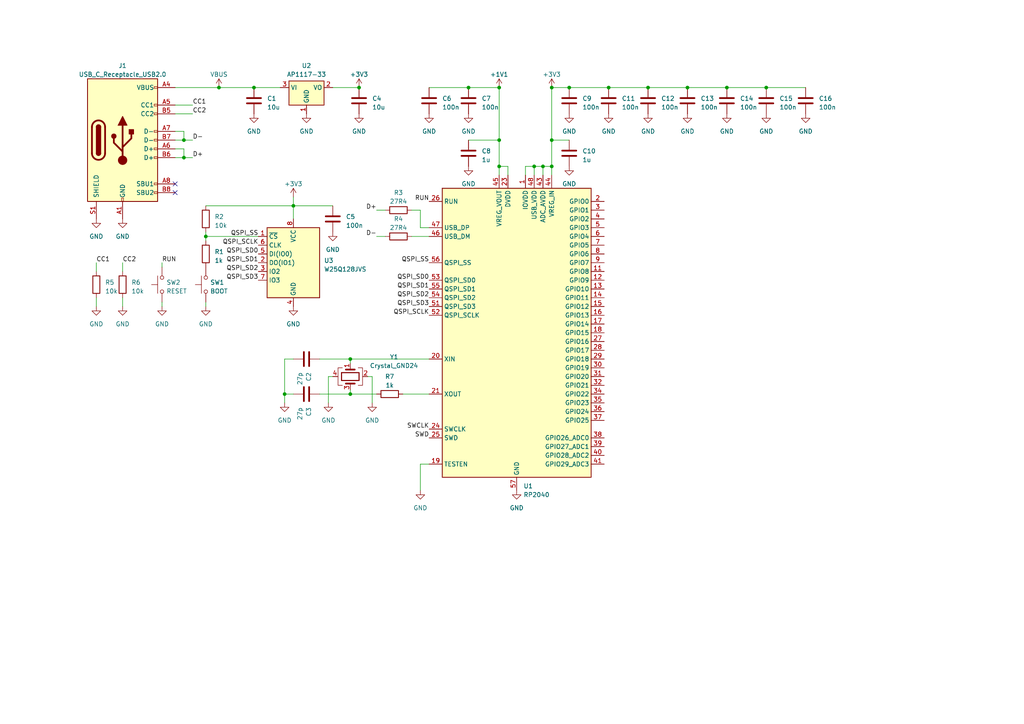
<source format=kicad_sch>
(kicad_sch (version 20230121) (generator eeschema)

  (uuid 14b941fc-8df0-4613-ad34-21e1e03e5f30)

  (paper "A4")

  (lib_symbols
    (symbol "Connector:USB_C_Receptacle_USB2.0" (pin_names (offset 1.016)) (in_bom yes) (on_board yes)
      (property "Reference" "J" (at -10.16 19.05 0)
        (effects (font (size 1.27 1.27)) (justify left))
      )
      (property "Value" "USB_C_Receptacle_USB2.0" (at 19.05 19.05 0)
        (effects (font (size 1.27 1.27)) (justify right))
      )
      (property "Footprint" "" (at 3.81 0 0)
        (effects (font (size 1.27 1.27)) hide)
      )
      (property "Datasheet" "https://www.usb.org/sites/default/files/documents/usb_type-c.zip" (at 3.81 0 0)
        (effects (font (size 1.27 1.27)) hide)
      )
      (property "ki_keywords" "usb universal serial bus type-C USB2.0" (at 0 0 0)
        (effects (font (size 1.27 1.27)) hide)
      )
      (property "ki_description" "USB 2.0-only Type-C Receptacle connector" (at 0 0 0)
        (effects (font (size 1.27 1.27)) hide)
      )
      (property "ki_fp_filters" "USB*C*Receptacle*" (at 0 0 0)
        (effects (font (size 1.27 1.27)) hide)
      )
      (symbol "USB_C_Receptacle_USB2.0_0_0"
        (rectangle (start -0.254 -17.78) (end 0.254 -16.764)
          (stroke (width 0) (type default))
          (fill (type none))
        )
        (rectangle (start 10.16 -14.986) (end 9.144 -15.494)
          (stroke (width 0) (type default))
          (fill (type none))
        )
        (rectangle (start 10.16 -12.446) (end 9.144 -12.954)
          (stroke (width 0) (type default))
          (fill (type none))
        )
        (rectangle (start 10.16 -4.826) (end 9.144 -5.334)
          (stroke (width 0) (type default))
          (fill (type none))
        )
        (rectangle (start 10.16 -2.286) (end 9.144 -2.794)
          (stroke (width 0) (type default))
          (fill (type none))
        )
        (rectangle (start 10.16 0.254) (end 9.144 -0.254)
          (stroke (width 0) (type default))
          (fill (type none))
        )
        (rectangle (start 10.16 2.794) (end 9.144 2.286)
          (stroke (width 0) (type default))
          (fill (type none))
        )
        (rectangle (start 10.16 7.874) (end 9.144 7.366)
          (stroke (width 0) (type default))
          (fill (type none))
        )
        (rectangle (start 10.16 10.414) (end 9.144 9.906)
          (stroke (width 0) (type default))
          (fill (type none))
        )
        (rectangle (start 10.16 15.494) (end 9.144 14.986)
          (stroke (width 0) (type default))
          (fill (type none))
        )
      )
      (symbol "USB_C_Receptacle_USB2.0_0_1"
        (rectangle (start -10.16 17.78) (end 10.16 -17.78)
          (stroke (width 0.254) (type default))
          (fill (type background))
        )
        (arc (start -8.89 -3.81) (mid -6.985 -5.7067) (end -5.08 -3.81)
          (stroke (width 0.508) (type default))
          (fill (type none))
        )
        (arc (start -7.62 -3.81) (mid -6.985 -4.4423) (end -6.35 -3.81)
          (stroke (width 0.254) (type default))
          (fill (type none))
        )
        (arc (start -7.62 -3.81) (mid -6.985 -4.4423) (end -6.35 -3.81)
          (stroke (width 0.254) (type default))
          (fill (type outline))
        )
        (rectangle (start -7.62 -3.81) (end -6.35 3.81)
          (stroke (width 0.254) (type default))
          (fill (type outline))
        )
        (arc (start -6.35 3.81) (mid -6.985 4.4423) (end -7.62 3.81)
          (stroke (width 0.254) (type default))
          (fill (type none))
        )
        (arc (start -6.35 3.81) (mid -6.985 4.4423) (end -7.62 3.81)
          (stroke (width 0.254) (type default))
          (fill (type outline))
        )
        (arc (start -5.08 3.81) (mid -6.985 5.7067) (end -8.89 3.81)
          (stroke (width 0.508) (type default))
          (fill (type none))
        )
        (circle (center -2.54 1.143) (radius 0.635)
          (stroke (width 0.254) (type default))
          (fill (type outline))
        )
        (circle (center 0 -5.842) (radius 1.27)
          (stroke (width 0) (type default))
          (fill (type outline))
        )
        (polyline
          (pts
            (xy -8.89 -3.81)
            (xy -8.89 3.81)
          )
          (stroke (width 0.508) (type default))
          (fill (type none))
        )
        (polyline
          (pts
            (xy -5.08 3.81)
            (xy -5.08 -3.81)
          )
          (stroke (width 0.508) (type default))
          (fill (type none))
        )
        (polyline
          (pts
            (xy 0 -5.842)
            (xy 0 4.318)
          )
          (stroke (width 0.508) (type default))
          (fill (type none))
        )
        (polyline
          (pts
            (xy 0 -3.302)
            (xy -2.54 -0.762)
            (xy -2.54 0.508)
          )
          (stroke (width 0.508) (type default))
          (fill (type none))
        )
        (polyline
          (pts
            (xy 0 -2.032)
            (xy 2.54 0.508)
            (xy 2.54 1.778)
          )
          (stroke (width 0.508) (type default))
          (fill (type none))
        )
        (polyline
          (pts
            (xy -1.27 4.318)
            (xy 0 6.858)
            (xy 1.27 4.318)
            (xy -1.27 4.318)
          )
          (stroke (width 0.254) (type default))
          (fill (type outline))
        )
        (rectangle (start 1.905 1.778) (end 3.175 3.048)
          (stroke (width 0.254) (type default))
          (fill (type outline))
        )
      )
      (symbol "USB_C_Receptacle_USB2.0_1_1"
        (pin passive line (at 0 -22.86 90) (length 5.08)
          (name "GND" (effects (font (size 1.27 1.27))))
          (number "A1" (effects (font (size 1.27 1.27))))
        )
        (pin passive line (at 0 -22.86 90) (length 5.08) hide
          (name "GND" (effects (font (size 1.27 1.27))))
          (number "A12" (effects (font (size 1.27 1.27))))
        )
        (pin passive line (at 15.24 15.24 180) (length 5.08)
          (name "VBUS" (effects (font (size 1.27 1.27))))
          (number "A4" (effects (font (size 1.27 1.27))))
        )
        (pin bidirectional line (at 15.24 10.16 180) (length 5.08)
          (name "CC1" (effects (font (size 1.27 1.27))))
          (number "A5" (effects (font (size 1.27 1.27))))
        )
        (pin bidirectional line (at 15.24 -2.54 180) (length 5.08)
          (name "D+" (effects (font (size 1.27 1.27))))
          (number "A6" (effects (font (size 1.27 1.27))))
        )
        (pin bidirectional line (at 15.24 2.54 180) (length 5.08)
          (name "D-" (effects (font (size 1.27 1.27))))
          (number "A7" (effects (font (size 1.27 1.27))))
        )
        (pin bidirectional line (at 15.24 -12.7 180) (length 5.08)
          (name "SBU1" (effects (font (size 1.27 1.27))))
          (number "A8" (effects (font (size 1.27 1.27))))
        )
        (pin passive line (at 15.24 15.24 180) (length 5.08) hide
          (name "VBUS" (effects (font (size 1.27 1.27))))
          (number "A9" (effects (font (size 1.27 1.27))))
        )
        (pin passive line (at 0 -22.86 90) (length 5.08) hide
          (name "GND" (effects (font (size 1.27 1.27))))
          (number "B1" (effects (font (size 1.27 1.27))))
        )
        (pin passive line (at 0 -22.86 90) (length 5.08) hide
          (name "GND" (effects (font (size 1.27 1.27))))
          (number "B12" (effects (font (size 1.27 1.27))))
        )
        (pin passive line (at 15.24 15.24 180) (length 5.08) hide
          (name "VBUS" (effects (font (size 1.27 1.27))))
          (number "B4" (effects (font (size 1.27 1.27))))
        )
        (pin bidirectional line (at 15.24 7.62 180) (length 5.08)
          (name "CC2" (effects (font (size 1.27 1.27))))
          (number "B5" (effects (font (size 1.27 1.27))))
        )
        (pin bidirectional line (at 15.24 -5.08 180) (length 5.08)
          (name "D+" (effects (font (size 1.27 1.27))))
          (number "B6" (effects (font (size 1.27 1.27))))
        )
        (pin bidirectional line (at 15.24 0 180) (length 5.08)
          (name "D-" (effects (font (size 1.27 1.27))))
          (number "B7" (effects (font (size 1.27 1.27))))
        )
        (pin bidirectional line (at 15.24 -15.24 180) (length 5.08)
          (name "SBU2" (effects (font (size 1.27 1.27))))
          (number "B8" (effects (font (size 1.27 1.27))))
        )
        (pin passive line (at 15.24 15.24 180) (length 5.08) hide
          (name "VBUS" (effects (font (size 1.27 1.27))))
          (number "B9" (effects (font (size 1.27 1.27))))
        )
        (pin passive line (at -7.62 -22.86 90) (length 5.08)
          (name "SHIELD" (effects (font (size 1.27 1.27))))
          (number "S1" (effects (font (size 1.27 1.27))))
        )
      )
    )
    (symbol "Device:C" (pin_numbers hide) (pin_names (offset 0.254)) (in_bom yes) (on_board yes)
      (property "Reference" "C" (at 0.635 2.54 0)
        (effects (font (size 1.27 1.27)) (justify left))
      )
      (property "Value" "C" (at 0.635 -2.54 0)
        (effects (font (size 1.27 1.27)) (justify left))
      )
      (property "Footprint" "" (at 0.9652 -3.81 0)
        (effects (font (size 1.27 1.27)) hide)
      )
      (property "Datasheet" "~" (at 0 0 0)
        (effects (font (size 1.27 1.27)) hide)
      )
      (property "ki_keywords" "cap capacitor" (at 0 0 0)
        (effects (font (size 1.27 1.27)) hide)
      )
      (property "ki_description" "Unpolarized capacitor" (at 0 0 0)
        (effects (font (size 1.27 1.27)) hide)
      )
      (property "ki_fp_filters" "C_*" (at 0 0 0)
        (effects (font (size 1.27 1.27)) hide)
      )
      (symbol "C_0_1"
        (polyline
          (pts
            (xy -2.032 -0.762)
            (xy 2.032 -0.762)
          )
          (stroke (width 0.508) (type default))
          (fill (type none))
        )
        (polyline
          (pts
            (xy -2.032 0.762)
            (xy 2.032 0.762)
          )
          (stroke (width 0.508) (type default))
          (fill (type none))
        )
      )
      (symbol "C_1_1"
        (pin passive line (at 0 3.81 270) (length 2.794)
          (name "~" (effects (font (size 1.27 1.27))))
          (number "1" (effects (font (size 1.27 1.27))))
        )
        (pin passive line (at 0 -3.81 90) (length 2.794)
          (name "~" (effects (font (size 1.27 1.27))))
          (number "2" (effects (font (size 1.27 1.27))))
        )
      )
    )
    (symbol "Device:Crystal_GND24" (pin_names (offset 1.016) hide) (in_bom yes) (on_board yes)
      (property "Reference" "Y" (at 3.175 5.08 0)
        (effects (font (size 1.27 1.27)) (justify left))
      )
      (property "Value" "Crystal_GND24" (at 3.175 3.175 0)
        (effects (font (size 1.27 1.27)) (justify left))
      )
      (property "Footprint" "" (at 0 0 0)
        (effects (font (size 1.27 1.27)) hide)
      )
      (property "Datasheet" "~" (at 0 0 0)
        (effects (font (size 1.27 1.27)) hide)
      )
      (property "ki_keywords" "quartz ceramic resonator oscillator" (at 0 0 0)
        (effects (font (size 1.27 1.27)) hide)
      )
      (property "ki_description" "Four pin crystal, GND on pins 2 and 4" (at 0 0 0)
        (effects (font (size 1.27 1.27)) hide)
      )
      (property "ki_fp_filters" "Crystal*" (at 0 0 0)
        (effects (font (size 1.27 1.27)) hide)
      )
      (symbol "Crystal_GND24_0_1"
        (rectangle (start -1.143 2.54) (end 1.143 -2.54)
          (stroke (width 0.3048) (type default))
          (fill (type none))
        )
        (polyline
          (pts
            (xy -2.54 0)
            (xy -2.032 0)
          )
          (stroke (width 0) (type default))
          (fill (type none))
        )
        (polyline
          (pts
            (xy -2.032 -1.27)
            (xy -2.032 1.27)
          )
          (stroke (width 0.508) (type default))
          (fill (type none))
        )
        (polyline
          (pts
            (xy 0 -3.81)
            (xy 0 -3.556)
          )
          (stroke (width 0) (type default))
          (fill (type none))
        )
        (polyline
          (pts
            (xy 0 3.556)
            (xy 0 3.81)
          )
          (stroke (width 0) (type default))
          (fill (type none))
        )
        (polyline
          (pts
            (xy 2.032 -1.27)
            (xy 2.032 1.27)
          )
          (stroke (width 0.508) (type default))
          (fill (type none))
        )
        (polyline
          (pts
            (xy 2.032 0)
            (xy 2.54 0)
          )
          (stroke (width 0) (type default))
          (fill (type none))
        )
        (polyline
          (pts
            (xy -2.54 -2.286)
            (xy -2.54 -3.556)
            (xy 2.54 -3.556)
            (xy 2.54 -2.286)
          )
          (stroke (width 0) (type default))
          (fill (type none))
        )
        (polyline
          (pts
            (xy -2.54 2.286)
            (xy -2.54 3.556)
            (xy 2.54 3.556)
            (xy 2.54 2.286)
          )
          (stroke (width 0) (type default))
          (fill (type none))
        )
      )
      (symbol "Crystal_GND24_1_1"
        (pin passive line (at -3.81 0 0) (length 1.27)
          (name "1" (effects (font (size 1.27 1.27))))
          (number "1" (effects (font (size 1.27 1.27))))
        )
        (pin passive line (at 0 5.08 270) (length 1.27)
          (name "2" (effects (font (size 1.27 1.27))))
          (number "2" (effects (font (size 1.27 1.27))))
        )
        (pin passive line (at 3.81 0 180) (length 1.27)
          (name "3" (effects (font (size 1.27 1.27))))
          (number "3" (effects (font (size 1.27 1.27))))
        )
        (pin passive line (at 0 -5.08 90) (length 1.27)
          (name "4" (effects (font (size 1.27 1.27))))
          (number "4" (effects (font (size 1.27 1.27))))
        )
      )
    )
    (symbol "Device:R" (pin_numbers hide) (pin_names (offset 0)) (in_bom yes) (on_board yes)
      (property "Reference" "R" (at 2.032 0 90)
        (effects (font (size 1.27 1.27)))
      )
      (property "Value" "R" (at 0 0 90)
        (effects (font (size 1.27 1.27)))
      )
      (property "Footprint" "" (at -1.778 0 90)
        (effects (font (size 1.27 1.27)) hide)
      )
      (property "Datasheet" "~" (at 0 0 0)
        (effects (font (size 1.27 1.27)) hide)
      )
      (property "ki_keywords" "R res resistor" (at 0 0 0)
        (effects (font (size 1.27 1.27)) hide)
      )
      (property "ki_description" "Resistor" (at 0 0 0)
        (effects (font (size 1.27 1.27)) hide)
      )
      (property "ki_fp_filters" "R_*" (at 0 0 0)
        (effects (font (size 1.27 1.27)) hide)
      )
      (symbol "R_0_1"
        (rectangle (start -1.016 -2.54) (end 1.016 2.54)
          (stroke (width 0.254) (type default))
          (fill (type none))
        )
      )
      (symbol "R_1_1"
        (pin passive line (at 0 3.81 270) (length 1.27)
          (name "~" (effects (font (size 1.27 1.27))))
          (number "1" (effects (font (size 1.27 1.27))))
        )
        (pin passive line (at 0 -3.81 90) (length 1.27)
          (name "~" (effects (font (size 1.27 1.27))))
          (number "2" (effects (font (size 1.27 1.27))))
        )
      )
    )
    (symbol "MCU_RaspberryPi:RP2040" (in_bom yes) (on_board yes)
      (property "Reference" "U" (at 17.78 45.72 0)
        (effects (font (size 1.27 1.27)))
      )
      (property "Value" "RP2040" (at 17.78 43.18 0)
        (effects (font (size 1.27 1.27)))
      )
      (property "Footprint" "Package_DFN_QFN:QFN-56-1EP_7x7mm_P0.4mm_EP3.2x3.2mm" (at 0 0 0)
        (effects (font (size 1.27 1.27)) hide)
      )
      (property "Datasheet" "https://datasheets.raspberrypi.com/rp2040/rp2040-datasheet.pdf" (at 0 0 0)
        (effects (font (size 1.27 1.27)) hide)
      )
      (property "ki_keywords" "RP2040 ARM Cortex-M0+ USB" (at 0 0 0)
        (effects (font (size 1.27 1.27)) hide)
      )
      (property "ki_description" "A microcontroller by Raspberry Pi" (at 0 0 0)
        (effects (font (size 1.27 1.27)) hide)
      )
      (property "ki_fp_filters" "QFN*1EP*7x7mm?P0.4mm*" (at 0 0 0)
        (effects (font (size 1.27 1.27)) hide)
      )
      (symbol "RP2040_0_1"
        (rectangle (start -21.59 41.91) (end 21.59 -41.91)
          (stroke (width 0.254) (type default))
          (fill (type background))
        )
      )
      (symbol "RP2040_1_1"
        (pin power_in line (at 2.54 45.72 270) (length 3.81)
          (name "IOVDD" (effects (font (size 1.27 1.27))))
          (number "1" (effects (font (size 1.27 1.27))))
        )
        (pin passive line (at 2.54 45.72 270) (length 3.81) hide
          (name "IOVDD" (effects (font (size 1.27 1.27))))
          (number "10" (effects (font (size 1.27 1.27))))
        )
        (pin bidirectional line (at 25.4 17.78 180) (length 3.81)
          (name "GPIO8" (effects (font (size 1.27 1.27))))
          (number "11" (effects (font (size 1.27 1.27))))
        )
        (pin bidirectional line (at 25.4 15.24 180) (length 3.81)
          (name "GPIO9" (effects (font (size 1.27 1.27))))
          (number "12" (effects (font (size 1.27 1.27))))
        )
        (pin bidirectional line (at 25.4 12.7 180) (length 3.81)
          (name "GPIO10" (effects (font (size 1.27 1.27))))
          (number "13" (effects (font (size 1.27 1.27))))
        )
        (pin bidirectional line (at 25.4 10.16 180) (length 3.81)
          (name "GPIO11" (effects (font (size 1.27 1.27))))
          (number "14" (effects (font (size 1.27 1.27))))
        )
        (pin bidirectional line (at 25.4 7.62 180) (length 3.81)
          (name "GPIO12" (effects (font (size 1.27 1.27))))
          (number "15" (effects (font (size 1.27 1.27))))
        )
        (pin bidirectional line (at 25.4 5.08 180) (length 3.81)
          (name "GPIO13" (effects (font (size 1.27 1.27))))
          (number "16" (effects (font (size 1.27 1.27))))
        )
        (pin bidirectional line (at 25.4 2.54 180) (length 3.81)
          (name "GPIO14" (effects (font (size 1.27 1.27))))
          (number "17" (effects (font (size 1.27 1.27))))
        )
        (pin bidirectional line (at 25.4 0 180) (length 3.81)
          (name "GPIO15" (effects (font (size 1.27 1.27))))
          (number "18" (effects (font (size 1.27 1.27))))
        )
        (pin input line (at -25.4 -38.1 0) (length 3.81)
          (name "TESTEN" (effects (font (size 1.27 1.27))))
          (number "19" (effects (font (size 1.27 1.27))))
        )
        (pin bidirectional line (at 25.4 38.1 180) (length 3.81)
          (name "GPIO0" (effects (font (size 1.27 1.27))))
          (number "2" (effects (font (size 1.27 1.27))))
        )
        (pin input line (at -25.4 -7.62 0) (length 3.81)
          (name "XIN" (effects (font (size 1.27 1.27))))
          (number "20" (effects (font (size 1.27 1.27))))
        )
        (pin passive line (at -25.4 -17.78 0) (length 3.81)
          (name "XOUT" (effects (font (size 1.27 1.27))))
          (number "21" (effects (font (size 1.27 1.27))))
        )
        (pin passive line (at 2.54 45.72 270) (length 3.81) hide
          (name "IOVDD" (effects (font (size 1.27 1.27))))
          (number "22" (effects (font (size 1.27 1.27))))
        )
        (pin power_in line (at -2.54 45.72 270) (length 3.81)
          (name "DVDD" (effects (font (size 1.27 1.27))))
          (number "23" (effects (font (size 1.27 1.27))))
        )
        (pin input line (at -25.4 -27.94 0) (length 3.81)
          (name "SWCLK" (effects (font (size 1.27 1.27))))
          (number "24" (effects (font (size 1.27 1.27))))
        )
        (pin bidirectional line (at -25.4 -30.48 0) (length 3.81)
          (name "SWD" (effects (font (size 1.27 1.27))))
          (number "25" (effects (font (size 1.27 1.27))))
        )
        (pin input line (at -25.4 38.1 0) (length 3.81)
          (name "RUN" (effects (font (size 1.27 1.27))))
          (number "26" (effects (font (size 1.27 1.27))))
        )
        (pin bidirectional line (at 25.4 -2.54 180) (length 3.81)
          (name "GPIO16" (effects (font (size 1.27 1.27))))
          (number "27" (effects (font (size 1.27 1.27))))
        )
        (pin bidirectional line (at 25.4 -5.08 180) (length 3.81)
          (name "GPIO17" (effects (font (size 1.27 1.27))))
          (number "28" (effects (font (size 1.27 1.27))))
        )
        (pin bidirectional line (at 25.4 -7.62 180) (length 3.81)
          (name "GPIO18" (effects (font (size 1.27 1.27))))
          (number "29" (effects (font (size 1.27 1.27))))
        )
        (pin bidirectional line (at 25.4 35.56 180) (length 3.81)
          (name "GPIO1" (effects (font (size 1.27 1.27))))
          (number "3" (effects (font (size 1.27 1.27))))
        )
        (pin bidirectional line (at 25.4 -10.16 180) (length 3.81)
          (name "GPIO19" (effects (font (size 1.27 1.27))))
          (number "30" (effects (font (size 1.27 1.27))))
        )
        (pin bidirectional line (at 25.4 -12.7 180) (length 3.81)
          (name "GPIO20" (effects (font (size 1.27 1.27))))
          (number "31" (effects (font (size 1.27 1.27))))
        )
        (pin bidirectional line (at 25.4 -15.24 180) (length 3.81)
          (name "GPIO21" (effects (font (size 1.27 1.27))))
          (number "32" (effects (font (size 1.27 1.27))))
        )
        (pin passive line (at 2.54 45.72 270) (length 3.81) hide
          (name "IOVDD" (effects (font (size 1.27 1.27))))
          (number "33" (effects (font (size 1.27 1.27))))
        )
        (pin bidirectional line (at 25.4 -17.78 180) (length 3.81)
          (name "GPIO22" (effects (font (size 1.27 1.27))))
          (number "34" (effects (font (size 1.27 1.27))))
        )
        (pin bidirectional line (at 25.4 -20.32 180) (length 3.81)
          (name "GPIO23" (effects (font (size 1.27 1.27))))
          (number "35" (effects (font (size 1.27 1.27))))
        )
        (pin bidirectional line (at 25.4 -22.86 180) (length 3.81)
          (name "GPIO24" (effects (font (size 1.27 1.27))))
          (number "36" (effects (font (size 1.27 1.27))))
        )
        (pin bidirectional line (at 25.4 -25.4 180) (length 3.81)
          (name "GPIO25" (effects (font (size 1.27 1.27))))
          (number "37" (effects (font (size 1.27 1.27))))
        )
        (pin bidirectional line (at 25.4 -30.48 180) (length 3.81)
          (name "GPIO26_ADC0" (effects (font (size 1.27 1.27))))
          (number "38" (effects (font (size 1.27 1.27))))
        )
        (pin bidirectional line (at 25.4 -33.02 180) (length 3.81)
          (name "GPIO27_ADC1" (effects (font (size 1.27 1.27))))
          (number "39" (effects (font (size 1.27 1.27))))
        )
        (pin bidirectional line (at 25.4 33.02 180) (length 3.81)
          (name "GPIO2" (effects (font (size 1.27 1.27))))
          (number "4" (effects (font (size 1.27 1.27))))
        )
        (pin bidirectional line (at 25.4 -35.56 180) (length 3.81)
          (name "GPIO28_ADC2" (effects (font (size 1.27 1.27))))
          (number "40" (effects (font (size 1.27 1.27))))
        )
        (pin bidirectional line (at 25.4 -38.1 180) (length 3.81)
          (name "GPIO29_ADC3" (effects (font (size 1.27 1.27))))
          (number "41" (effects (font (size 1.27 1.27))))
        )
        (pin passive line (at 2.54 45.72 270) (length 3.81) hide
          (name "IOVDD" (effects (font (size 1.27 1.27))))
          (number "42" (effects (font (size 1.27 1.27))))
        )
        (pin power_in line (at 7.62 45.72 270) (length 3.81)
          (name "ADC_AVDD" (effects (font (size 1.27 1.27))))
          (number "43" (effects (font (size 1.27 1.27))))
        )
        (pin power_in line (at 10.16 45.72 270) (length 3.81)
          (name "VREG_IN" (effects (font (size 1.27 1.27))))
          (number "44" (effects (font (size 1.27 1.27))))
        )
        (pin power_out line (at -5.08 45.72 270) (length 3.81)
          (name "VREG_VOUT" (effects (font (size 1.27 1.27))))
          (number "45" (effects (font (size 1.27 1.27))))
        )
        (pin bidirectional line (at -25.4 27.94 0) (length 3.81)
          (name "USB_DM" (effects (font (size 1.27 1.27))))
          (number "46" (effects (font (size 1.27 1.27))))
        )
        (pin bidirectional line (at -25.4 30.48 0) (length 3.81)
          (name "USB_DP" (effects (font (size 1.27 1.27))))
          (number "47" (effects (font (size 1.27 1.27))))
        )
        (pin power_in line (at 5.08 45.72 270) (length 3.81)
          (name "USB_VDD" (effects (font (size 1.27 1.27))))
          (number "48" (effects (font (size 1.27 1.27))))
        )
        (pin passive line (at 2.54 45.72 270) (length 3.81) hide
          (name "IOVDD" (effects (font (size 1.27 1.27))))
          (number "49" (effects (font (size 1.27 1.27))))
        )
        (pin bidirectional line (at 25.4 30.48 180) (length 3.81)
          (name "GPIO3" (effects (font (size 1.27 1.27))))
          (number "5" (effects (font (size 1.27 1.27))))
        )
        (pin passive line (at -2.54 45.72 270) (length 3.81) hide
          (name "DVDD" (effects (font (size 1.27 1.27))))
          (number "50" (effects (font (size 1.27 1.27))))
        )
        (pin bidirectional line (at -25.4 7.62 0) (length 3.81)
          (name "QSPI_SD3" (effects (font (size 1.27 1.27))))
          (number "51" (effects (font (size 1.27 1.27))))
        )
        (pin output line (at -25.4 5.08 0) (length 3.81)
          (name "QSPI_SCLK" (effects (font (size 1.27 1.27))))
          (number "52" (effects (font (size 1.27 1.27))))
        )
        (pin bidirectional line (at -25.4 15.24 0) (length 3.81)
          (name "QSPI_SD0" (effects (font (size 1.27 1.27))))
          (number "53" (effects (font (size 1.27 1.27))))
        )
        (pin bidirectional line (at -25.4 10.16 0) (length 3.81)
          (name "QSPI_SD2" (effects (font (size 1.27 1.27))))
          (number "54" (effects (font (size 1.27 1.27))))
        )
        (pin bidirectional line (at -25.4 12.7 0) (length 3.81)
          (name "QSPI_SD1" (effects (font (size 1.27 1.27))))
          (number "55" (effects (font (size 1.27 1.27))))
        )
        (pin bidirectional line (at -25.4 20.32 0) (length 3.81)
          (name "QSPI_SS" (effects (font (size 1.27 1.27))))
          (number "56" (effects (font (size 1.27 1.27))))
        )
        (pin power_in line (at 0 -45.72 90) (length 3.81)
          (name "GND" (effects (font (size 1.27 1.27))))
          (number "57" (effects (font (size 1.27 1.27))))
        )
        (pin bidirectional line (at 25.4 27.94 180) (length 3.81)
          (name "GPIO4" (effects (font (size 1.27 1.27))))
          (number "6" (effects (font (size 1.27 1.27))))
        )
        (pin bidirectional line (at 25.4 25.4 180) (length 3.81)
          (name "GPIO5" (effects (font (size 1.27 1.27))))
          (number "7" (effects (font (size 1.27 1.27))))
        )
        (pin bidirectional line (at 25.4 22.86 180) (length 3.81)
          (name "GPIO6" (effects (font (size 1.27 1.27))))
          (number "8" (effects (font (size 1.27 1.27))))
        )
        (pin bidirectional line (at 25.4 20.32 180) (length 3.81)
          (name "GPIO7" (effects (font (size 1.27 1.27))))
          (number "9" (effects (font (size 1.27 1.27))))
        )
      )
    )
    (symbol "Memory_Flash:W25Q128JVS" (in_bom yes) (on_board yes)
      (property "Reference" "U" (at -8.89 8.89 0)
        (effects (font (size 1.27 1.27)))
      )
      (property "Value" "W25Q128JVS" (at 7.62 8.89 0)
        (effects (font (size 1.27 1.27)))
      )
      (property "Footprint" "Package_SO:SOIC-8_5.23x5.23mm_P1.27mm" (at 0 0 0)
        (effects (font (size 1.27 1.27)) hide)
      )
      (property "Datasheet" "http://www.winbond.com/resource-files/w25q128jv_dtr%20revc%2003272018%20plus.pdf" (at 0 0 0)
        (effects (font (size 1.27 1.27)) hide)
      )
      (property "ki_keywords" "flash memory SPI QPI DTR" (at 0 0 0)
        (effects (font (size 1.27 1.27)) hide)
      )
      (property "ki_description" "128Mb Serial Flash Memory, Standard/Dual/Quad SPI, SOIC-8" (at 0 0 0)
        (effects (font (size 1.27 1.27)) hide)
      )
      (property "ki_fp_filters" "SOIC*5.23x5.23mm*P1.27mm*" (at 0 0 0)
        (effects (font (size 1.27 1.27)) hide)
      )
      (symbol "W25Q128JVS_0_1"
        (rectangle (start -7.62 10.16) (end 7.62 -10.16)
          (stroke (width 0.254) (type default))
          (fill (type background))
        )
      )
      (symbol "W25Q128JVS_1_1"
        (pin input line (at -10.16 7.62 0) (length 2.54)
          (name "~{CS}" (effects (font (size 1.27 1.27))))
          (number "1" (effects (font (size 1.27 1.27))))
        )
        (pin bidirectional line (at -10.16 0 0) (length 2.54)
          (name "DO(IO1)" (effects (font (size 1.27 1.27))))
          (number "2" (effects (font (size 1.27 1.27))))
        )
        (pin bidirectional line (at -10.16 -2.54 0) (length 2.54)
          (name "IO2" (effects (font (size 1.27 1.27))))
          (number "3" (effects (font (size 1.27 1.27))))
        )
        (pin power_in line (at 0 -12.7 90) (length 2.54)
          (name "GND" (effects (font (size 1.27 1.27))))
          (number "4" (effects (font (size 1.27 1.27))))
        )
        (pin bidirectional line (at -10.16 2.54 0) (length 2.54)
          (name "DI(IO0)" (effects (font (size 1.27 1.27))))
          (number "5" (effects (font (size 1.27 1.27))))
        )
        (pin input line (at -10.16 5.08 0) (length 2.54)
          (name "CLK" (effects (font (size 1.27 1.27))))
          (number "6" (effects (font (size 1.27 1.27))))
        )
        (pin bidirectional line (at -10.16 -5.08 0) (length 2.54)
          (name "IO3" (effects (font (size 1.27 1.27))))
          (number "7" (effects (font (size 1.27 1.27))))
        )
        (pin power_in line (at 0 12.7 270) (length 2.54)
          (name "VCC" (effects (font (size 1.27 1.27))))
          (number "8" (effects (font (size 1.27 1.27))))
        )
      )
    )
    (symbol "Regulator_Linear:AP1117-33" (in_bom yes) (on_board yes)
      (property "Reference" "U" (at -3.81 3.175 0)
        (effects (font (size 1.27 1.27)))
      )
      (property "Value" "AP1117-33" (at 0 3.175 0)
        (effects (font (size 1.27 1.27)) (justify left))
      )
      (property "Footprint" "Package_TO_SOT_SMD:SOT-223-3_TabPin2" (at 0 5.08 0)
        (effects (font (size 1.27 1.27)) hide)
      )
      (property "Datasheet" "http://www.diodes.com/datasheets/AP1117.pdf" (at 2.54 -6.35 0)
        (effects (font (size 1.27 1.27)) hide)
      )
      (property "ki_keywords" "linear regulator ldo fixed positive obsolete" (at 0 0 0)
        (effects (font (size 1.27 1.27)) hide)
      )
      (property "ki_description" "1A Low Dropout regulator, positive, 3.3V fixed output, SOT-223" (at 0 0 0)
        (effects (font (size 1.27 1.27)) hide)
      )
      (property "ki_fp_filters" "SOT?223*TabPin2*" (at 0 0 0)
        (effects (font (size 1.27 1.27)) hide)
      )
      (symbol "AP1117-33_0_1"
        (rectangle (start -5.08 -5.08) (end 5.08 1.905)
          (stroke (width 0.254) (type default))
          (fill (type background))
        )
      )
      (symbol "AP1117-33_1_1"
        (pin power_in line (at 0 -7.62 90) (length 2.54)
          (name "GND" (effects (font (size 1.27 1.27))))
          (number "1" (effects (font (size 1.27 1.27))))
        )
        (pin power_out line (at 7.62 0 180) (length 2.54)
          (name "VO" (effects (font (size 1.27 1.27))))
          (number "2" (effects (font (size 1.27 1.27))))
        )
        (pin power_in line (at -7.62 0 0) (length 2.54)
          (name "VI" (effects (font (size 1.27 1.27))))
          (number "3" (effects (font (size 1.27 1.27))))
        )
      )
    )
    (symbol "Switch:SW_Push" (pin_numbers hide) (pin_names (offset 1.016) hide) (in_bom yes) (on_board yes)
      (property "Reference" "SW" (at 1.27 2.54 0)
        (effects (font (size 1.27 1.27)) (justify left))
      )
      (property "Value" "SW_Push" (at 0 -1.524 0)
        (effects (font (size 1.27 1.27)))
      )
      (property "Footprint" "" (at 0 5.08 0)
        (effects (font (size 1.27 1.27)) hide)
      )
      (property "Datasheet" "~" (at 0 5.08 0)
        (effects (font (size 1.27 1.27)) hide)
      )
      (property "ki_keywords" "switch normally-open pushbutton push-button" (at 0 0 0)
        (effects (font (size 1.27 1.27)) hide)
      )
      (property "ki_description" "Push button switch, generic, two pins" (at 0 0 0)
        (effects (font (size 1.27 1.27)) hide)
      )
      (symbol "SW_Push_0_1"
        (circle (center -2.032 0) (radius 0.508)
          (stroke (width 0) (type default))
          (fill (type none))
        )
        (polyline
          (pts
            (xy 0 1.27)
            (xy 0 3.048)
          )
          (stroke (width 0) (type default))
          (fill (type none))
        )
        (polyline
          (pts
            (xy 2.54 1.27)
            (xy -2.54 1.27)
          )
          (stroke (width 0) (type default))
          (fill (type none))
        )
        (circle (center 2.032 0) (radius 0.508)
          (stroke (width 0) (type default))
          (fill (type none))
        )
        (pin passive line (at -5.08 0 0) (length 2.54)
          (name "1" (effects (font (size 1.27 1.27))))
          (number "1" (effects (font (size 1.27 1.27))))
        )
        (pin passive line (at 5.08 0 180) (length 2.54)
          (name "2" (effects (font (size 1.27 1.27))))
          (number "2" (effects (font (size 1.27 1.27))))
        )
      )
    )
    (symbol "power:+1V1" (power) (pin_names (offset 0)) (in_bom yes) (on_board yes)
      (property "Reference" "#PWR" (at 0 -3.81 0)
        (effects (font (size 1.27 1.27)) hide)
      )
      (property "Value" "+1V1" (at 0 3.556 0)
        (effects (font (size 1.27 1.27)))
      )
      (property "Footprint" "" (at 0 0 0)
        (effects (font (size 1.27 1.27)) hide)
      )
      (property "Datasheet" "" (at 0 0 0)
        (effects (font (size 1.27 1.27)) hide)
      )
      (property "ki_keywords" "global power" (at 0 0 0)
        (effects (font (size 1.27 1.27)) hide)
      )
      (property "ki_description" "Power symbol creates a global label with name \"+1V1\"" (at 0 0 0)
        (effects (font (size 1.27 1.27)) hide)
      )
      (symbol "+1V1_0_1"
        (polyline
          (pts
            (xy -0.762 1.27)
            (xy 0 2.54)
          )
          (stroke (width 0) (type default))
          (fill (type none))
        )
        (polyline
          (pts
            (xy 0 0)
            (xy 0 2.54)
          )
          (stroke (width 0) (type default))
          (fill (type none))
        )
        (polyline
          (pts
            (xy 0 2.54)
            (xy 0.762 1.27)
          )
          (stroke (width 0) (type default))
          (fill (type none))
        )
      )
      (symbol "+1V1_1_1"
        (pin power_in line (at 0 0 90) (length 0) hide
          (name "+1V1" (effects (font (size 1.27 1.27))))
          (number "1" (effects (font (size 1.27 1.27))))
        )
      )
    )
    (symbol "power:+3V3" (power) (pin_names (offset 0)) (in_bom yes) (on_board yes)
      (property "Reference" "#PWR" (at 0 -3.81 0)
        (effects (font (size 1.27 1.27)) hide)
      )
      (property "Value" "+3V3" (at 0 3.556 0)
        (effects (font (size 1.27 1.27)))
      )
      (property "Footprint" "" (at 0 0 0)
        (effects (font (size 1.27 1.27)) hide)
      )
      (property "Datasheet" "" (at 0 0 0)
        (effects (font (size 1.27 1.27)) hide)
      )
      (property "ki_keywords" "global power" (at 0 0 0)
        (effects (font (size 1.27 1.27)) hide)
      )
      (property "ki_description" "Power symbol creates a global label with name \"+3V3\"" (at 0 0 0)
        (effects (font (size 1.27 1.27)) hide)
      )
      (symbol "+3V3_0_1"
        (polyline
          (pts
            (xy -0.762 1.27)
            (xy 0 2.54)
          )
          (stroke (width 0) (type default))
          (fill (type none))
        )
        (polyline
          (pts
            (xy 0 0)
            (xy 0 2.54)
          )
          (stroke (width 0) (type default))
          (fill (type none))
        )
        (polyline
          (pts
            (xy 0 2.54)
            (xy 0.762 1.27)
          )
          (stroke (width 0) (type default))
          (fill (type none))
        )
      )
      (symbol "+3V3_1_1"
        (pin power_in line (at 0 0 90) (length 0) hide
          (name "+3V3" (effects (font (size 1.27 1.27))))
          (number "1" (effects (font (size 1.27 1.27))))
        )
      )
    )
    (symbol "power:GND" (power) (pin_names (offset 0)) (in_bom yes) (on_board yes)
      (property "Reference" "#PWR" (at 0 -6.35 0)
        (effects (font (size 1.27 1.27)) hide)
      )
      (property "Value" "GND" (at 0 -3.81 0)
        (effects (font (size 1.27 1.27)))
      )
      (property "Footprint" "" (at 0 0 0)
        (effects (font (size 1.27 1.27)) hide)
      )
      (property "Datasheet" "" (at 0 0 0)
        (effects (font (size 1.27 1.27)) hide)
      )
      (property "ki_keywords" "global power" (at 0 0 0)
        (effects (font (size 1.27 1.27)) hide)
      )
      (property "ki_description" "Power symbol creates a global label with name \"GND\" , ground" (at 0 0 0)
        (effects (font (size 1.27 1.27)) hide)
      )
      (symbol "GND_0_1"
        (polyline
          (pts
            (xy 0 0)
            (xy 0 -1.27)
            (xy 1.27 -1.27)
            (xy 0 -2.54)
            (xy -1.27 -1.27)
            (xy 0 -1.27)
          )
          (stroke (width 0) (type default))
          (fill (type none))
        )
      )
      (symbol "GND_1_1"
        (pin power_in line (at 0 0 270) (length 0) hide
          (name "GND" (effects (font (size 1.27 1.27))))
          (number "1" (effects (font (size 1.27 1.27))))
        )
      )
    )
    (symbol "power:VBUS" (power) (pin_names (offset 0)) (in_bom yes) (on_board yes)
      (property "Reference" "#PWR" (at 0 -3.81 0)
        (effects (font (size 1.27 1.27)) hide)
      )
      (property "Value" "VBUS" (at 0 3.81 0)
        (effects (font (size 1.27 1.27)))
      )
      (property "Footprint" "" (at 0 0 0)
        (effects (font (size 1.27 1.27)) hide)
      )
      (property "Datasheet" "" (at 0 0 0)
        (effects (font (size 1.27 1.27)) hide)
      )
      (property "ki_keywords" "global power" (at 0 0 0)
        (effects (font (size 1.27 1.27)) hide)
      )
      (property "ki_description" "Power symbol creates a global label with name \"VBUS\"" (at 0 0 0)
        (effects (font (size 1.27 1.27)) hide)
      )
      (symbol "VBUS_0_1"
        (polyline
          (pts
            (xy -0.762 1.27)
            (xy 0 2.54)
          )
          (stroke (width 0) (type default))
          (fill (type none))
        )
        (polyline
          (pts
            (xy 0 0)
            (xy 0 2.54)
          )
          (stroke (width 0) (type default))
          (fill (type none))
        )
        (polyline
          (pts
            (xy 0 2.54)
            (xy 0.762 1.27)
          )
          (stroke (width 0) (type default))
          (fill (type none))
        )
      )
      (symbol "VBUS_1_1"
        (pin power_in line (at 0 0 90) (length 0) hide
          (name "VBUS" (effects (font (size 1.27 1.27))))
          (number "1" (effects (font (size 1.27 1.27))))
        )
      )
    )
  )

  (junction (at 160.02 25.4) (diameter 0) (color 0 0 0 0)
    (uuid 1308b2bf-e48a-4dc3-9c63-c31c131502fd)
  )
  (junction (at 199.39 25.4) (diameter 0) (color 0 0 0 0)
    (uuid 14d7937d-5515-4f2e-80d3-7adf59ca1a8d)
  )
  (junction (at 101.6 114.3) (diameter 0) (color 0 0 0 0)
    (uuid 24727f04-8ec5-46e5-9eb4-21c3d525f2c3)
  )
  (junction (at 187.96 25.4) (diameter 0) (color 0 0 0 0)
    (uuid 28e1725c-693c-40fd-8df2-4c30077ec583)
  )
  (junction (at 157.48 48.26) (diameter 0) (color 0 0 0 0)
    (uuid 31603a63-87bb-431e-964d-6d6c87e52338)
  )
  (junction (at 104.14 25.4) (diameter 0) (color 0 0 0 0)
    (uuid 3548bcc1-155c-4eb7-8c3c-2b2878f45a3b)
  )
  (junction (at 210.82 25.4) (diameter 0) (color 0 0 0 0)
    (uuid 420feb78-97de-4578-b4e2-b87afbedc0c5)
  )
  (junction (at 144.78 25.4) (diameter 0) (color 0 0 0 0)
    (uuid 433b67a7-6529-4a93-89ba-5f21b4c1c116)
  )
  (junction (at 85.09 59.69) (diameter 0) (color 0 0 0 0)
    (uuid 4c7c2081-ce8c-4a7d-9153-a5f23e02661f)
  )
  (junction (at 101.6 104.14) (diameter 0) (color 0 0 0 0)
    (uuid 4db4937e-4b37-4301-9ba4-646c0fca3d19)
  )
  (junction (at 135.89 25.4) (diameter 0) (color 0 0 0 0)
    (uuid 569cf52d-8a9b-4c86-ae13-88f78a5890d5)
  )
  (junction (at 160.02 40.64) (diameter 0) (color 0 0 0 0)
    (uuid 750fd228-157c-4ba2-8c28-32a40b129337)
  )
  (junction (at 176.53 25.4) (diameter 0) (color 0 0 0 0)
    (uuid 8673fe4b-5ba3-468c-ba5e-78efabcb110d)
  )
  (junction (at 222.25 25.4) (diameter 0) (color 0 0 0 0)
    (uuid a345dc8d-4618-4319-b063-7361aa6e6486)
  )
  (junction (at 160.02 48.26) (diameter 0) (color 0 0 0 0)
    (uuid bbb79e29-9acc-4d57-97fd-5bf54e30db7c)
  )
  (junction (at 82.55 114.3) (diameter 0) (color 0 0 0 0)
    (uuid d73cd601-bdba-403b-ba8e-bee3ca247d7a)
  )
  (junction (at 53.34 40.64) (diameter 0) (color 0 0 0 0)
    (uuid d8827ff4-64c6-4c8c-828d-47173166206a)
  )
  (junction (at 144.78 48.26) (diameter 0) (color 0 0 0 0)
    (uuid d9f1db4b-eebf-48a8-ae2a-d891b3cad313)
  )
  (junction (at 63.5 25.4) (diameter 0) (color 0 0 0 0)
    (uuid e0f14739-c4d1-4555-87b7-d9fbce7d3eca)
  )
  (junction (at 59.69 68.58) (diameter 0) (color 0 0 0 0)
    (uuid e4803430-5b4d-4965-ab09-b47639e997f9)
  )
  (junction (at 73.66 25.4) (diameter 0) (color 0 0 0 0)
    (uuid eb23e07e-cd6b-4f54-90cb-83d9b0c9c7be)
  )
  (junction (at 165.1 25.4) (diameter 0) (color 0 0 0 0)
    (uuid f50e6e3a-fa2d-49af-a0ac-1c4e5da73cab)
  )
  (junction (at 144.78 40.64) (diameter 0) (color 0 0 0 0)
    (uuid faabe953-d9c7-4948-89c8-3ddf06bfbb59)
  )
  (junction (at 53.34 45.72) (diameter 0) (color 0 0 0 0)
    (uuid fc2a6b37-4e4c-4e51-81b5-1421fc39d455)
  )
  (junction (at 154.94 48.26) (diameter 0) (color 0 0 0 0)
    (uuid fe7e727e-d120-4667-8211-34c9e8c6c308)
  )

  (no_connect (at 50.8 53.34) (uuid 1f83f95a-9fc1-42bb-a22c-d029cec10c02))
  (no_connect (at 50.8 55.88) (uuid 48a22210-e0f2-41cc-8a2e-28d3e6e2bc21))

  (wire (pts (xy 176.53 25.4) (xy 187.96 25.4))
    (stroke (width 0) (type default))
    (uuid 00f9c424-bdca-41d0-8a16-fac5b7c34bf1)
  )
  (wire (pts (xy 59.69 87.63) (xy 59.69 88.9))
    (stroke (width 0) (type default))
    (uuid 04eaf567-53e9-4a01-b39e-de29459e65ba)
  )
  (wire (pts (xy 85.09 59.69) (xy 85.09 57.15))
    (stroke (width 0) (type default))
    (uuid 04f02ee5-8afa-42e7-a8bc-d442e089142d)
  )
  (wire (pts (xy 210.82 25.4) (xy 222.25 25.4))
    (stroke (width 0) (type default))
    (uuid 0555ac15-698a-47ca-8b17-7f7ef870910e)
  )
  (wire (pts (xy 124.46 104.14) (xy 101.6 104.14))
    (stroke (width 0) (type default))
    (uuid 0720dbc6-2a51-4487-80ac-c99ff442dba7)
  )
  (wire (pts (xy 95.25 109.22) (xy 96.52 109.22))
    (stroke (width 0) (type default))
    (uuid 09cfdfa7-a6e4-4ba2-974e-7913c904f8a8)
  )
  (wire (pts (xy 106.68 109.22) (xy 107.95 109.22))
    (stroke (width 0) (type default))
    (uuid 0a2521b2-4151-4e41-a523-ae64a13b1650)
  )
  (wire (pts (xy 144.78 48.26) (xy 144.78 50.8))
    (stroke (width 0) (type default))
    (uuid 0ab374c1-aa3a-490f-9934-5a4c0ef58b35)
  )
  (wire (pts (xy 53.34 45.72) (xy 53.34 43.18))
    (stroke (width 0) (type default))
    (uuid 15e79d8c-18ff-46c9-8482-0b666513c2f9)
  )
  (wire (pts (xy 160.02 48.26) (xy 160.02 50.8))
    (stroke (width 0) (type default))
    (uuid 187f8f59-29c1-4bc6-aeac-c0a40c9dc90b)
  )
  (wire (pts (xy 107.95 109.22) (xy 107.95 116.84))
    (stroke (width 0) (type default))
    (uuid 196c4596-ce95-4c15-879d-8a670d77dc3f)
  )
  (wire (pts (xy 135.89 40.64) (xy 144.78 40.64))
    (stroke (width 0) (type default))
    (uuid 1bef6204-2185-45a3-8986-8636dfb8b472)
  )
  (wire (pts (xy 160.02 25.4) (xy 160.02 40.64))
    (stroke (width 0) (type default))
    (uuid 1fc1c22f-b0c5-4535-a0b0-b5ca4ff273a9)
  )
  (wire (pts (xy 160.02 40.64) (xy 160.02 48.26))
    (stroke (width 0) (type default))
    (uuid 20483b53-8aef-4297-b6c5-42b5d1bba160)
  )
  (wire (pts (xy 59.69 69.85) (xy 59.69 68.58))
    (stroke (width 0) (type default))
    (uuid 26ccabb2-7859-4738-848b-c075e1d2a4ef)
  )
  (wire (pts (xy 50.8 33.02) (xy 55.88 33.02))
    (stroke (width 0) (type default))
    (uuid 3770eefe-1aa8-46bf-9fd5-c678784b9c5c)
  )
  (wire (pts (xy 96.52 25.4) (xy 104.14 25.4))
    (stroke (width 0) (type default))
    (uuid 39c5ed5c-7677-45b3-9bb8-5f69fdfffac9)
  )
  (wire (pts (xy 50.8 25.4) (xy 63.5 25.4))
    (stroke (width 0) (type default))
    (uuid 41f03193-685d-4c22-89cc-d625d60eb011)
  )
  (wire (pts (xy 53.34 40.64) (xy 55.88 40.64))
    (stroke (width 0) (type default))
    (uuid 45ea00a0-c2f9-4236-aa70-1a0f33d7c353)
  )
  (wire (pts (xy 92.71 104.14) (xy 101.6 104.14))
    (stroke (width 0) (type default))
    (uuid 49299cbb-11e0-472b-a20e-7190b5444ed4)
  )
  (wire (pts (xy 199.39 25.4) (xy 210.82 25.4))
    (stroke (width 0) (type default))
    (uuid 4c1b3de1-43f9-4f32-95c7-3c6c7ccf030c)
  )
  (wire (pts (xy 50.8 40.64) (xy 53.34 40.64))
    (stroke (width 0) (type default))
    (uuid 4c2b20ce-ff2d-42f8-b0cb-b42cb41e8a66)
  )
  (wire (pts (xy 46.99 76.2) (xy 46.99 77.47))
    (stroke (width 0) (type default))
    (uuid 4e5bc21a-a050-454c-9f3d-8086034a2e92)
  )
  (wire (pts (xy 121.92 134.62) (xy 121.92 142.24))
    (stroke (width 0) (type default))
    (uuid 4f7f5978-92a2-4b19-a049-b2a542235cf6)
  )
  (wire (pts (xy 63.5 25.4) (xy 73.66 25.4))
    (stroke (width 0) (type default))
    (uuid 5966cb39-8597-4b2e-9f89-95a85ff78da1)
  )
  (wire (pts (xy 59.69 67.31) (xy 59.69 68.58))
    (stroke (width 0) (type default))
    (uuid 59ad58ea-3ad5-4832-9b81-51ba9f39c8e5)
  )
  (wire (pts (xy 109.22 60.96) (xy 111.76 60.96))
    (stroke (width 0) (type default))
    (uuid 5ffafd04-f1cb-463b-8555-9dea47e9a6ad)
  )
  (wire (pts (xy 154.94 48.26) (xy 154.94 50.8))
    (stroke (width 0) (type default))
    (uuid 6822eebd-8ab7-4ac6-9d5a-c32c12002216)
  )
  (wire (pts (xy 116.84 114.3) (xy 124.46 114.3))
    (stroke (width 0) (type default))
    (uuid 684742d4-1768-4caf-9ab3-385e5f948a50)
  )
  (wire (pts (xy 92.71 114.3) (xy 101.6 114.3))
    (stroke (width 0) (type default))
    (uuid 6e96dc02-ce4c-439b-b8a9-ddd9bdebc77c)
  )
  (wire (pts (xy 82.55 114.3) (xy 82.55 116.84))
    (stroke (width 0) (type default))
    (uuid 6ebd9e5d-b3b4-4518-81a3-e97f721a39a9)
  )
  (wire (pts (xy 157.48 48.26) (xy 157.48 50.8))
    (stroke (width 0) (type default))
    (uuid 70c904d0-1252-4bcf-b28d-5bebc333912e)
  )
  (wire (pts (xy 50.8 45.72) (xy 53.34 45.72))
    (stroke (width 0) (type default))
    (uuid 716623d9-9bc1-4650-bed2-2b4892470521)
  )
  (wire (pts (xy 85.09 59.69) (xy 85.09 63.5))
    (stroke (width 0) (type default))
    (uuid 72d383d7-15c3-4e6f-9c1d-2ed48d7df7a6)
  )
  (wire (pts (xy 35.56 88.9) (xy 35.56 86.36))
    (stroke (width 0) (type default))
    (uuid 7308da21-efd6-434a-8aec-31e72376c88c)
  )
  (wire (pts (xy 95.25 116.84) (xy 95.25 109.22))
    (stroke (width 0) (type default))
    (uuid 74d1689e-728a-4f01-bce4-a7e91dc09f9f)
  )
  (wire (pts (xy 59.69 59.69) (xy 85.09 59.69))
    (stroke (width 0) (type default))
    (uuid 7996a2df-c157-4369-94ea-efefdf90d3c7)
  )
  (wire (pts (xy 124.46 66.04) (xy 121.92 66.04))
    (stroke (width 0) (type default))
    (uuid 7c078227-e20f-448a-acd2-54f9ec45bffd)
  )
  (wire (pts (xy 96.52 59.69) (xy 85.09 59.69))
    (stroke (width 0) (type default))
    (uuid 7eb5f5f7-188e-439d-a635-1be156610641)
  )
  (wire (pts (xy 50.8 38.1) (xy 53.34 38.1))
    (stroke (width 0) (type default))
    (uuid 80e8b52d-e8f9-4a67-b146-c50b760a20db)
  )
  (wire (pts (xy 144.78 25.4) (xy 144.78 40.64))
    (stroke (width 0) (type default))
    (uuid 81ec040d-b662-4c16-92c7-353722315d37)
  )
  (wire (pts (xy 73.66 25.4) (xy 81.28 25.4))
    (stroke (width 0) (type default))
    (uuid 8394c56d-763f-46fe-b79f-7ed4cfd1a222)
  )
  (wire (pts (xy 109.22 68.58) (xy 111.76 68.58))
    (stroke (width 0) (type default))
    (uuid 8680dc2b-8c72-438f-9405-d41f8713f807)
  )
  (wire (pts (xy 85.09 114.3) (xy 82.55 114.3))
    (stroke (width 0) (type default))
    (uuid 8def6dd8-1a3d-446f-bbd4-0b8ddb572150)
  )
  (wire (pts (xy 101.6 114.3) (xy 109.22 114.3))
    (stroke (width 0) (type default))
    (uuid 927a7d13-83a3-496a-a32c-5f43e9065025)
  )
  (wire (pts (xy 165.1 25.4) (xy 176.53 25.4))
    (stroke (width 0) (type default))
    (uuid 99ab394c-ccc4-42dc-a230-02e544576e0d)
  )
  (wire (pts (xy 82.55 114.3) (xy 82.55 104.14))
    (stroke (width 0) (type default))
    (uuid 9aaf2b46-6cda-497c-b321-2ae848eae459)
  )
  (wire (pts (xy 53.34 38.1) (xy 53.34 40.64))
    (stroke (width 0) (type default))
    (uuid a3ec1dc0-4e7c-46ac-b7b6-1f0dfe08924f)
  )
  (wire (pts (xy 152.4 48.26) (xy 152.4 50.8))
    (stroke (width 0) (type default))
    (uuid a6b98880-a89f-4633-ac26-f805a45b6df6)
  )
  (wire (pts (xy 27.94 88.9) (xy 27.94 86.36))
    (stroke (width 0) (type default))
    (uuid b0f1531b-6dbf-488d-bcd5-16ae5cbbebc9)
  )
  (wire (pts (xy 222.25 25.4) (xy 233.68 25.4))
    (stroke (width 0) (type default))
    (uuid b3e65eaa-929d-45bd-8256-34ae550c89f0)
  )
  (wire (pts (xy 53.34 43.18) (xy 50.8 43.18))
    (stroke (width 0) (type default))
    (uuid b429a9e8-bdc1-4861-8505-a3561df17afb)
  )
  (wire (pts (xy 157.48 48.26) (xy 154.94 48.26))
    (stroke (width 0) (type default))
    (uuid b63b3b44-bbe5-4fa0-b596-425e15378f84)
  )
  (wire (pts (xy 144.78 40.64) (xy 144.78 48.26))
    (stroke (width 0) (type default))
    (uuid bb55c9e9-1024-41cc-bf3f-ad2d7bef00d7)
  )
  (wire (pts (xy 187.96 25.4) (xy 199.39 25.4))
    (stroke (width 0) (type default))
    (uuid bc86723d-c7c6-4fc4-80ea-49ab6ecf08ac)
  )
  (wire (pts (xy 147.32 48.26) (xy 147.32 50.8))
    (stroke (width 0) (type default))
    (uuid bc90113f-bcf9-4cc5-bd72-a3486bf2b4e2)
  )
  (wire (pts (xy 160.02 40.64) (xy 165.1 40.64))
    (stroke (width 0) (type default))
    (uuid bfd77a91-75f6-46d8-b004-778c2e1d7b37)
  )
  (wire (pts (xy 27.94 76.2) (xy 27.94 78.74))
    (stroke (width 0) (type default))
    (uuid c3cace03-e10a-434f-ac55-ecf68e13b3af)
  )
  (wire (pts (xy 124.46 134.62) (xy 121.92 134.62))
    (stroke (width 0) (type default))
    (uuid cbaf6474-81ba-41d3-9390-6808a87e96c9)
  )
  (wire (pts (xy 154.94 48.26) (xy 152.4 48.26))
    (stroke (width 0) (type default))
    (uuid cdc51a12-50eb-4e48-8ccc-7f3764c00e77)
  )
  (wire (pts (xy 53.34 45.72) (xy 55.88 45.72))
    (stroke (width 0) (type default))
    (uuid d308ba65-0384-4ea5-b76b-7af90155af81)
  )
  (wire (pts (xy 121.92 66.04) (xy 121.92 60.96))
    (stroke (width 0) (type default))
    (uuid d65072f8-6c73-4fe4-8378-34afdff1a50b)
  )
  (wire (pts (xy 46.99 87.63) (xy 46.99 88.9))
    (stroke (width 0) (type default))
    (uuid d7919c56-4659-4756-812b-3a3fd0accdd2)
  )
  (wire (pts (xy 50.8 30.48) (xy 55.88 30.48))
    (stroke (width 0) (type default))
    (uuid dbce027e-7f27-4ece-9f6d-cbd42763d416)
  )
  (wire (pts (xy 160.02 48.26) (xy 157.48 48.26))
    (stroke (width 0) (type default))
    (uuid e0fa5a3f-83bc-4649-b3f7-440ea11c90d0)
  )
  (wire (pts (xy 135.89 25.4) (xy 124.46 25.4))
    (stroke (width 0) (type default))
    (uuid e5984a0a-bde3-4abc-80ea-12ace85c161a)
  )
  (wire (pts (xy 144.78 25.4) (xy 135.89 25.4))
    (stroke (width 0) (type default))
    (uuid f096bb0a-0a64-4d50-be11-9771ae9eea3f)
  )
  (wire (pts (xy 119.38 68.58) (xy 124.46 68.58))
    (stroke (width 0) (type default))
    (uuid f10f193d-ff35-4f5e-ae56-06287ed48679)
  )
  (wire (pts (xy 101.6 113.03) (xy 101.6 114.3))
    (stroke (width 0) (type default))
    (uuid f4edb5ea-a428-40e7-91d4-a111a1ce722f)
  )
  (wire (pts (xy 121.92 60.96) (xy 119.38 60.96))
    (stroke (width 0) (type default))
    (uuid f622ef53-9ed6-4915-a177-80fa14accc65)
  )
  (wire (pts (xy 59.69 68.58) (xy 74.93 68.58))
    (stroke (width 0) (type default))
    (uuid f681ca3c-e71d-41f5-b8a0-05c9991f835f)
  )
  (wire (pts (xy 101.6 104.14) (xy 101.6 105.41))
    (stroke (width 0) (type default))
    (uuid f77eb6af-76b2-4238-a6ef-202465f182cd)
  )
  (wire (pts (xy 35.56 76.2) (xy 35.56 78.74))
    (stroke (width 0) (type default))
    (uuid f99cc047-13c9-4c8c-b324-b9baab3ab931)
  )
  (wire (pts (xy 160.02 25.4) (xy 165.1 25.4))
    (stroke (width 0) (type default))
    (uuid fbb50462-66e9-4ad2-a679-d3e2982e3971)
  )
  (wire (pts (xy 144.78 48.26) (xy 147.32 48.26))
    (stroke (width 0) (type default))
    (uuid fdc11a74-63b3-46ed-b15a-4037c3bdd017)
  )
  (wire (pts (xy 82.55 104.14) (xy 85.09 104.14))
    (stroke (width 0) (type default))
    (uuid fe808571-925e-40be-89de-a9818acc81c8)
  )

  (label "QSPI_SCLK" (at 124.46 91.44 180) (fields_autoplaced)
    (effects (font (size 1.27 1.27)) (justify right bottom))
    (uuid 03742101-22b5-4899-8aa0-dee3a81bb616)
  )
  (label "QSPI_SD1" (at 124.46 83.82 180) (fields_autoplaced)
    (effects (font (size 1.27 1.27)) (justify right bottom))
    (uuid 1223084a-801b-4850-a7f2-e636c2565157)
  )
  (label "SWCLK" (at 124.46 124.46 180) (fields_autoplaced)
    (effects (font (size 1.27 1.27)) (justify right bottom))
    (uuid 222069f5-9b73-44f7-97a0-86892a57f8e0)
  )
  (label "QSPI_SD2" (at 124.46 86.36 180) (fields_autoplaced)
    (effects (font (size 1.27 1.27)) (justify right bottom))
    (uuid 2ff7714f-c752-4fca-bc3a-563a9657aec3)
  )
  (label "QSPI_SD3" (at 124.46 88.9 180) (fields_autoplaced)
    (effects (font (size 1.27 1.27)) (justify right bottom))
    (uuid 3548a86c-aa24-4dac-b086-8efcf8aa0d39)
  )
  (label "QSPI_SD3" (at 74.93 81.28 180) (fields_autoplaced)
    (effects (font (size 1.27 1.27)) (justify right bottom))
    (uuid 46d597a9-26ca-47a3-8fa8-b5cc3d2bf012)
  )
  (label "QSPI_SD1" (at 74.93 76.2 180) (fields_autoplaced)
    (effects (font (size 1.27 1.27)) (justify right bottom))
    (uuid 4952139c-9b8d-47fd-ae1c-dde848f7f2cf)
  )
  (label "CC1" (at 27.94 76.2 0) (fields_autoplaced)
    (effects (font (size 1.27 1.27)) (justify left bottom))
    (uuid 4ca21fc6-8770-4302-9992-ff3f383fc73a)
  )
  (label "CC2" (at 55.88 33.02 0) (fields_autoplaced)
    (effects (font (size 1.27 1.27)) (justify left bottom))
    (uuid 5d22c3b3-a9d8-4e4a-88d2-652da25156fa)
  )
  (label "RUN" (at 124.46 58.42 180) (fields_autoplaced)
    (effects (font (size 1.27 1.27)) (justify right bottom))
    (uuid 5e729118-6058-4491-9218-d4e31b10ed07)
  )
  (label "QSPI_SS" (at 74.93 68.58 180) (fields_autoplaced)
    (effects (font (size 1.27 1.27)) (justify right bottom))
    (uuid 67b631c3-61cc-4833-a5c7-bf563d2e9e01)
  )
  (label "D-" (at 55.88 40.64 0) (fields_autoplaced)
    (effects (font (size 1.27 1.27)) (justify left bottom))
    (uuid 6e04e220-fa35-4ce3-99eb-7ad93f9d2d67)
  )
  (label "QSPI_SS" (at 124.46 76.2 180) (fields_autoplaced)
    (effects (font (size 1.27 1.27)) (justify right bottom))
    (uuid 6fa47b63-59ff-4be5-866c-6f12fa6647b8)
  )
  (label "QSPI_SCLK" (at 74.93 71.12 180) (fields_autoplaced)
    (effects (font (size 1.27 1.27)) (justify right bottom))
    (uuid 70742688-0e02-4271-8e85-93522b014408)
  )
  (label "CC2" (at 35.56 76.2 0) (fields_autoplaced)
    (effects (font (size 1.27 1.27)) (justify left bottom))
    (uuid 75f10824-c714-446c-8ef6-5be158e18d8d)
  )
  (label "RUN" (at 46.99 76.2 0) (fields_autoplaced)
    (effects (font (size 1.27 1.27)) (justify left bottom))
    (uuid 88d01fca-87d8-406a-9f14-93a92f07781d)
  )
  (label "D-" (at 109.22 68.58 180) (fields_autoplaced)
    (effects (font (size 1.27 1.27)) (justify right bottom))
    (uuid 9239f8a0-69d0-418f-9e98-828b27cabf31)
  )
  (label "QSPI_SD2" (at 74.93 78.74 180) (fields_autoplaced)
    (effects (font (size 1.27 1.27)) (justify right bottom))
    (uuid a7b37a8f-9528-4c79-9ffa-6b2a1ba24abc)
  )
  (label "CC1" (at 55.88 30.48 0) (fields_autoplaced)
    (effects (font (size 1.27 1.27)) (justify left bottom))
    (uuid ae2b40e0-5605-4e88-b0d4-405f00e32e27)
  )
  (label "SWD" (at 124.46 127 180) (fields_autoplaced)
    (effects (font (size 1.27 1.27)) (justify right bottom))
    (uuid c2771591-4c81-43ca-9210-d1530210d7eb)
  )
  (label "D+" (at 55.88 45.72 0) (fields_autoplaced)
    (effects (font (size 1.27 1.27)) (justify left bottom))
    (uuid cf28064c-5a95-4e06-bfa0-7a6268195574)
  )
  (label "D+" (at 109.22 60.96 180) (fields_autoplaced)
    (effects (font (size 1.27 1.27)) (justify right bottom))
    (uuid d4e37adf-0655-4b95-9fca-1b1b6d85519b)
  )
  (label "QSPI_SD0" (at 74.93 73.66 180) (fields_autoplaced)
    (effects (font (size 1.27 1.27)) (justify right bottom))
    (uuid d7d2a044-e9d5-410b-879b-e6305cf786fd)
  )
  (label "QSPI_SD0" (at 124.46 81.28 180) (fields_autoplaced)
    (effects (font (size 1.27 1.27)) (justify right bottom))
    (uuid de567db0-637c-4c0f-8e4f-297e2bacc1fd)
  )

  (symbol (lib_id "Device:C") (at 165.1 29.21 0) (unit 1)
    (in_bom yes) (on_board yes) (dnp no) (fields_autoplaced)
    (uuid 027b6f8b-4398-4faf-8cf9-2e13bed87bfc)
    (property "Reference" "C9" (at 168.91 28.575 0)
      (effects (font (size 1.27 1.27)) (justify left))
    )
    (property "Value" "100n" (at 168.91 31.115 0)
      (effects (font (size 1.27 1.27)) (justify left))
    )
    (property "Footprint" "Capacitor_SMD:C_0402_1005Metric" (at 166.0652 33.02 0)
      (effects (font (size 1.27 1.27)) hide)
    )
    (property "Datasheet" "~" (at 165.1 29.21 0)
      (effects (font (size 1.27 1.27)) hide)
    )
    (property "LCSC" "C312123" (at 165.1 29.21 0)
      (effects (font (size 1.27 1.27)) hide)
    )
    (pin "1" (uuid 96c358af-4c52-4b0c-a00d-5cd2a7baf6b9))
    (pin "2" (uuid 2829c9ea-1c55-44e0-bd03-9a7da893827c))
    (instances
      (project "RP2040-BasicDesign"
        (path "/14b941fc-8df0-4613-ad34-21e1e03e5f30"
          (reference "C9") (unit 1)
        )
      )
    )
  )

  (symbol (lib_id "power:GND") (at 199.39 33.02 0) (unit 1)
    (in_bom yes) (on_board yes) (dnp no) (fields_autoplaced)
    (uuid 05bfadb5-4787-42b6-98f8-aebab7563e94)
    (property "Reference" "#PWR018" (at 199.39 39.37 0)
      (effects (font (size 1.27 1.27)) hide)
    )
    (property "Value" "GND" (at 199.39 38.1 0)
      (effects (font (size 1.27 1.27)))
    )
    (property "Footprint" "" (at 199.39 33.02 0)
      (effects (font (size 1.27 1.27)) hide)
    )
    (property "Datasheet" "" (at 199.39 33.02 0)
      (effects (font (size 1.27 1.27)) hide)
    )
    (pin "1" (uuid ac9261a4-b810-4fb6-a86f-51cd204fc74e))
    (instances
      (project "RP2040-BasicDesign"
        (path "/14b941fc-8df0-4613-ad34-21e1e03e5f30"
          (reference "#PWR018") (unit 1)
        )
      )
    )
  )

  (symbol (lib_id "Device:R") (at 59.69 63.5 0) (unit 1)
    (in_bom yes) (on_board yes) (dnp no) (fields_autoplaced)
    (uuid 0fb9958f-fe16-48b0-94cd-8f2421c18b54)
    (property "Reference" "R2" (at 62.23 62.865 0)
      (effects (font (size 1.27 1.27)) (justify left))
    )
    (property "Value" "10k" (at 62.23 65.405 0)
      (effects (font (size 1.27 1.27)) (justify left))
    )
    (property "Footprint" "Resistor_SMD:R_0402_1005Metric" (at 57.912 63.5 90)
      (effects (font (size 1.27 1.27)) hide)
    )
    (property "Datasheet" "~" (at 59.69 63.5 0)
      (effects (font (size 1.27 1.27)) hide)
    )
    (property "LCSC" "C409612" (at 59.69 63.5 0)
      (effects (font (size 1.27 1.27)) hide)
    )
    (pin "1" (uuid 70a0b24f-b9f3-47d9-9a72-4b59d70b8706))
    (pin "2" (uuid c2127f70-10eb-43dc-a900-df9af0d5b558))
    (instances
      (project "RP2040-BasicDesign"
        (path "/14b941fc-8df0-4613-ad34-21e1e03e5f30"
          (reference "R2") (unit 1)
        )
      )
    )
  )

  (symbol (lib_id "power:GND") (at 135.89 48.26 0) (unit 1)
    (in_bom yes) (on_board yes) (dnp no) (fields_autoplaced)
    (uuid 118d0d61-3022-416b-94f1-2193eccc0c76)
    (property "Reference" "#PWR014" (at 135.89 54.61 0)
      (effects (font (size 1.27 1.27)) hide)
    )
    (property "Value" "GND" (at 135.89 53.34 0)
      (effects (font (size 1.27 1.27)))
    )
    (property "Footprint" "" (at 135.89 48.26 0)
      (effects (font (size 1.27 1.27)) hide)
    )
    (property "Datasheet" "" (at 135.89 48.26 0)
      (effects (font (size 1.27 1.27)) hide)
    )
    (pin "1" (uuid 6ff909c0-7391-4c89-9452-724de1ecc081))
    (instances
      (project "RP2040-BasicDesign"
        (path "/14b941fc-8df0-4613-ad34-21e1e03e5f30"
          (reference "#PWR014") (unit 1)
        )
      )
    )
  )

  (symbol (lib_id "power:GND") (at 96.52 67.31 0) (unit 1)
    (in_bom yes) (on_board yes) (dnp no) (fields_autoplaced)
    (uuid 1e37c0d9-078c-4da2-99a3-9ff7a6a9101f)
    (property "Reference" "#PWR023" (at 96.52 73.66 0)
      (effects (font (size 1.27 1.27)) hide)
    )
    (property "Value" "GND" (at 96.52 72.39 0)
      (effects (font (size 1.27 1.27)))
    )
    (property "Footprint" "" (at 96.52 67.31 0)
      (effects (font (size 1.27 1.27)) hide)
    )
    (property "Datasheet" "" (at 96.52 67.31 0)
      (effects (font (size 1.27 1.27)) hide)
    )
    (pin "1" (uuid 7f400510-57a9-4dad-b77b-56b32fdea0a5))
    (instances
      (project "RP2040-BasicDesign"
        (path "/14b941fc-8df0-4613-ad34-21e1e03e5f30"
          (reference "#PWR023") (unit 1)
        )
      )
    )
  )

  (symbol (lib_id "Device:C") (at 222.25 29.21 0) (unit 1)
    (in_bom yes) (on_board yes) (dnp no) (fields_autoplaced)
    (uuid 2d61ca3c-d06c-40dd-8df0-b177e7a77c51)
    (property "Reference" "C15" (at 226.06 28.575 0)
      (effects (font (size 1.27 1.27)) (justify left))
    )
    (property "Value" "100n" (at 226.06 31.115 0)
      (effects (font (size 1.27 1.27)) (justify left))
    )
    (property "Footprint" "Capacitor_SMD:C_0402_1005Metric" (at 223.2152 33.02 0)
      (effects (font (size 1.27 1.27)) hide)
    )
    (property "Datasheet" "~" (at 222.25 29.21 0)
      (effects (font (size 1.27 1.27)) hide)
    )
    (property "LCSC" "C312123" (at 222.25 29.21 0)
      (effects (font (size 1.27 1.27)) hide)
    )
    (pin "1" (uuid ddd3aa40-6736-4d4e-b56c-d624380bb1b8))
    (pin "2" (uuid dc1a3bda-2fce-4aff-a903-12726005025c))
    (instances
      (project "RP2040-BasicDesign"
        (path "/14b941fc-8df0-4613-ad34-21e1e03e5f30"
          (reference "C15") (unit 1)
        )
      )
    )
  )

  (symbol (lib_id "power:GND") (at 187.96 33.02 0) (unit 1)
    (in_bom yes) (on_board yes) (dnp no) (fields_autoplaced)
    (uuid 3307e885-1746-4eab-85fb-4d4fe5298104)
    (property "Reference" "#PWR019" (at 187.96 39.37 0)
      (effects (font (size 1.27 1.27)) hide)
    )
    (property "Value" "GND" (at 187.96 38.1 0)
      (effects (font (size 1.27 1.27)))
    )
    (property "Footprint" "" (at 187.96 33.02 0)
      (effects (font (size 1.27 1.27)) hide)
    )
    (property "Datasheet" "" (at 187.96 33.02 0)
      (effects (font (size 1.27 1.27)) hide)
    )
    (pin "1" (uuid d29c1a78-0b07-448c-8cca-1373621570de))
    (instances
      (project "RP2040-BasicDesign"
        (path "/14b941fc-8df0-4613-ad34-21e1e03e5f30"
          (reference "#PWR019") (unit 1)
        )
      )
    )
  )

  (symbol (lib_id "MCU_RaspberryPi:RP2040") (at 149.86 96.52 0) (unit 1)
    (in_bom yes) (on_board yes) (dnp no) (fields_autoplaced)
    (uuid 34566f73-ea0d-4925-9e89-6ca565681d1a)
    (property "Reference" "U1" (at 151.8159 140.97 0)
      (effects (font (size 1.27 1.27)) (justify left))
    )
    (property "Value" "RP2040" (at 151.8159 143.51 0)
      (effects (font (size 1.27 1.27)) (justify left))
    )
    (property "Footprint" "Package_DFN_QFN:QFN-56-1EP_7x7mm_P0.4mm_EP3.2x3.2mm" (at 149.86 96.52 0)
      (effects (font (size 1.27 1.27)) hide)
    )
    (property "Datasheet" "https://datasheets.raspberrypi.com/rp2040/rp2040-datasheet.pdf" (at 149.86 96.52 0)
      (effects (font (size 1.27 1.27)) hide)
    )
    (property "LCSC" "C2040" (at 149.86 96.52 0)
      (effects (font (size 1.27 1.27)) hide)
    )
    (pin "1" (uuid 515115de-45de-4cfb-aad9-dd535a2e7720))
    (pin "10" (uuid d6d40e97-34fc-4c5f-91b6-e9b481ba0300))
    (pin "11" (uuid e57f942b-21ee-4b5a-9ade-632d848cfd57))
    (pin "12" (uuid 192d537a-a903-4f4c-8f5a-4e3c2cc2023f))
    (pin "13" (uuid a8ee4e60-06c0-4056-93d0-63b248a136c2))
    (pin "14" (uuid dc2b6f9c-4a5f-44a2-a6b7-0413a48f1cfd))
    (pin "15" (uuid 860ae4e5-b051-4693-aad9-3f0d5d10a1ea))
    (pin "16" (uuid 2940dc82-6203-4bda-9d79-37ca37616904))
    (pin "17" (uuid 88736394-fc61-430f-a3b6-d26979c72863))
    (pin "18" (uuid 1c322028-3b8f-420f-8360-143c292dcc7a))
    (pin "19" (uuid bf7af553-3669-4cb4-ad34-65bce37e2b68))
    (pin "2" (uuid 3d588e89-4597-438e-8002-4b285bf1440a))
    (pin "20" (uuid 2e72f5ca-40b5-474b-9a1f-6cf25ad3820d))
    (pin "21" (uuid 0f347135-6172-4582-9374-5cfa01c751f2))
    (pin "22" (uuid 5eb5836c-81da-4d9b-aba8-1d0f8e0d5b27))
    (pin "23" (uuid d5628e62-1dd9-49cf-aadb-3d3d092ffdd3))
    (pin "24" (uuid b06481b4-35c1-49f7-be27-ed03b63331cf))
    (pin "25" (uuid e2331fcd-ad0e-4c53-b2f3-88357140c8be))
    (pin "26" (uuid 3dfb463b-56e4-4e40-ad80-bf89f418fe50))
    (pin "27" (uuid e877a511-813f-4570-b41f-b331233682c5))
    (pin "28" (uuid 014c0df6-7f5d-4708-b261-04ef0b73074b))
    (pin "29" (uuid 4feb17dc-4e1a-4d2e-bb09-c0b880fa1ce3))
    (pin "3" (uuid 21fa4be5-eab6-48a8-ade9-f921e3be0bfc))
    (pin "30" (uuid de8b85cd-852e-4c15-99d5-23dee8bdbee6))
    (pin "31" (uuid e12daff5-f1a7-4f30-8e06-2e8369fe3a7d))
    (pin "32" (uuid 7f52da2c-f533-4575-965f-c563e2f448c9))
    (pin "33" (uuid acc1703b-887d-4c53-8212-e2a3c911f70e))
    (pin "34" (uuid 08b45f15-1ab6-478e-9670-9f125835a71d))
    (pin "35" (uuid ab80b655-7f80-492c-92d2-016ed545ea22))
    (pin "36" (uuid ca53bac6-39ac-470c-999c-6be18d2905e8))
    (pin "37" (uuid bb803e5b-b2fc-4311-a4cc-25ceec7ab5fa))
    (pin "38" (uuid 7f4e82c2-81f4-4ed4-b989-412163df1ad7))
    (pin "39" (uuid 0d9df090-14f7-42fd-b97f-062d4e6fb478))
    (pin "4" (uuid 209e4f3c-c6b0-4e85-a05f-75b7b301f90f))
    (pin "40" (uuid 862907d7-85f3-48d2-a7ab-3ce60e3160d4))
    (pin "41" (uuid 7ed0ae4b-0ac8-4d03-911c-e796b4e4edb6))
    (pin "42" (uuid cf1e9e3e-92a6-4792-a2cc-97fb38be649e))
    (pin "43" (uuid 3601d14d-07a2-4864-8ced-484158ff5f72))
    (pin "44" (uuid dfbf00ca-854b-4127-9ebc-9617d65277c0))
    (pin "45" (uuid 55b5c6d8-0ed3-4680-a1e5-ae3b6f3da1f9))
    (pin "46" (uuid 023e4e8d-8c01-4e34-95d1-ef350ada6118))
    (pin "47" (uuid fef9221f-cdfa-41f9-91ac-bcac9289071a))
    (pin "48" (uuid 3e763218-338a-4ffe-ac5a-fa41c2548e69))
    (pin "49" (uuid 7f0c8b89-e9aa-48d4-a6c4-b445fd38c6d0))
    (pin "5" (uuid b1b791c0-8d16-4df3-ac0d-7f2397c7b2f5))
    (pin "50" (uuid 9ba705cc-8b84-4d13-8140-c52de0facca0))
    (pin "51" (uuid 443bff5b-7211-4f0e-84d5-b7160739a4b6))
    (pin "52" (uuid 4af314f5-6b22-4b5e-b237-3fa58162783c))
    (pin "53" (uuid feda1ae7-3e26-42b4-9aa7-d00b6623af30))
    (pin "54" (uuid 882f60ac-a7df-4e4d-a4af-19449f3d4a47))
    (pin "55" (uuid c8c2643d-9d6b-42c1-8c78-c15f600b9f38))
    (pin "56" (uuid 36ca76a6-9058-41af-8bfb-ae70e407490d))
    (pin "57" (uuid 494a1fe7-79aa-4d97-80c9-e6f3ae796093))
    (pin "6" (uuid 891dee12-cfa2-4009-8959-587f17f95479))
    (pin "7" (uuid c21bbdda-9676-47e0-a5e8-41f6fbd3a598))
    (pin "8" (uuid 6c3da248-c031-4c6b-af6d-1fc60d300add))
    (pin "9" (uuid c0b172ed-f098-468f-bf05-4c8ecf051ae3))
    (instances
      (project "RP2040-BasicDesign"
        (path "/14b941fc-8df0-4613-ad34-21e1e03e5f30"
          (reference "U1") (unit 1)
        )
      )
    )
  )

  (symbol (lib_id "Device:C") (at 135.89 44.45 0) (unit 1)
    (in_bom yes) (on_board yes) (dnp no) (fields_autoplaced)
    (uuid 35b24247-0782-4769-95cb-c5007fb3a1cd)
    (property "Reference" "C8" (at 139.7 43.815 0)
      (effects (font (size 1.27 1.27)) (justify left))
    )
    (property "Value" "1u" (at 139.7 46.355 0)
      (effects (font (size 1.27 1.27)) (justify left))
    )
    (property "Footprint" "Capacitor_SMD:C_0402_1005Metric" (at 136.8552 48.26 0)
      (effects (font (size 1.27 1.27)) hide)
    )
    (property "Datasheet" "~" (at 135.89 44.45 0)
      (effects (font (size 1.27 1.27)) hide)
    )
    (property "LCSC" "C783277" (at 135.89 44.45 0)
      (effects (font (size 1.27 1.27)) hide)
    )
    (pin "1" (uuid 4e343d8b-4700-4472-8a26-c4715155af04))
    (pin "2" (uuid 292538b6-3fb5-4d45-9b2c-da3899959132))
    (instances
      (project "RP2040-BasicDesign"
        (path "/14b941fc-8df0-4613-ad34-21e1e03e5f30"
          (reference "C8") (unit 1)
        )
      )
    )
  )

  (symbol (lib_id "Device:C") (at 135.89 29.21 0) (unit 1)
    (in_bom yes) (on_board yes) (dnp no) (fields_autoplaced)
    (uuid 39165e2d-a095-4b02-99ef-89a636a8e6f1)
    (property "Reference" "C7" (at 139.7 28.575 0)
      (effects (font (size 1.27 1.27)) (justify left))
    )
    (property "Value" "100n" (at 139.7 31.115 0)
      (effects (font (size 1.27 1.27)) (justify left))
    )
    (property "Footprint" "Capacitor_SMD:C_0402_1005Metric" (at 136.8552 33.02 0)
      (effects (font (size 1.27 1.27)) hide)
    )
    (property "Datasheet" "~" (at 135.89 29.21 0)
      (effects (font (size 1.27 1.27)) hide)
    )
    (property "LCSC" "C312123" (at 135.89 29.21 0)
      (effects (font (size 1.27 1.27)) hide)
    )
    (pin "1" (uuid 6839d773-4171-48cf-8632-9f4d326ab73f))
    (pin "2" (uuid fdcf3387-dae3-439a-a831-9b3fcb1f4bdc))
    (instances
      (project "RP2040-BasicDesign"
        (path "/14b941fc-8df0-4613-ad34-21e1e03e5f30"
          (reference "C7") (unit 1)
        )
      )
    )
  )

  (symbol (lib_id "Device:C") (at 187.96 29.21 0) (unit 1)
    (in_bom yes) (on_board yes) (dnp no) (fields_autoplaced)
    (uuid 39303ede-e4d2-463e-a419-f91d87974fd6)
    (property "Reference" "C12" (at 191.77 28.575 0)
      (effects (font (size 1.27 1.27)) (justify left))
    )
    (property "Value" "100n" (at 191.77 31.115 0)
      (effects (font (size 1.27 1.27)) (justify left))
    )
    (property "Footprint" "Capacitor_SMD:C_0402_1005Metric" (at 188.9252 33.02 0)
      (effects (font (size 1.27 1.27)) hide)
    )
    (property "Datasheet" "~" (at 187.96 29.21 0)
      (effects (font (size 1.27 1.27)) hide)
    )
    (property "LCSC" "C312123" (at 187.96 29.21 0)
      (effects (font (size 1.27 1.27)) hide)
    )
    (pin "1" (uuid fb571b9f-b514-449c-b182-85a5388ff605))
    (pin "2" (uuid 4c4ecf6e-3f3f-4cf4-a2a3-28fcccbde0d6))
    (instances
      (project "RP2040-BasicDesign"
        (path "/14b941fc-8df0-4613-ad34-21e1e03e5f30"
          (reference "C12") (unit 1)
        )
      )
    )
  )

  (symbol (lib_id "power:GND") (at 121.92 142.24 0) (unit 1)
    (in_bom yes) (on_board yes) (dnp no) (fields_autoplaced)
    (uuid 3fdff50c-242e-44f6-a1e7-15c0604de5b2)
    (property "Reference" "#PWR025" (at 121.92 148.59 0)
      (effects (font (size 1.27 1.27)) hide)
    )
    (property "Value" "GND" (at 121.92 147.32 0)
      (effects (font (size 1.27 1.27)))
    )
    (property "Footprint" "" (at 121.92 142.24 0)
      (effects (font (size 1.27 1.27)) hide)
    )
    (property "Datasheet" "" (at 121.92 142.24 0)
      (effects (font (size 1.27 1.27)) hide)
    )
    (pin "1" (uuid 64942fa9-af47-49f8-883c-0e2538666961))
    (instances
      (project "RP2040-BasicDesign"
        (path "/14b941fc-8df0-4613-ad34-21e1e03e5f30"
          (reference "#PWR025") (unit 1)
        )
      )
    )
  )

  (symbol (lib_id "Device:R") (at 115.57 60.96 90) (unit 1)
    (in_bom yes) (on_board yes) (dnp no) (fields_autoplaced)
    (uuid 4137e6c7-addc-47b4-a74c-84e89f4c4bcf)
    (property "Reference" "R3" (at 115.57 55.88 90)
      (effects (font (size 1.27 1.27)))
    )
    (property "Value" "27R4" (at 115.57 58.42 90)
      (effects (font (size 1.27 1.27)))
    )
    (property "Footprint" "Resistor_SMD:R_0402_1005Metric" (at 115.57 62.738 90)
      (effects (font (size 1.27 1.27)) hide)
    )
    (property "Datasheet" "~" (at 115.57 60.96 0)
      (effects (font (size 1.27 1.27)) hide)
    )
    (property "LCSC" "C321420" (at 115.57 60.96 0)
      (effects (font (size 1.27 1.27)) hide)
    )
    (pin "1" (uuid 1932e1c9-4a0f-4d84-8da2-91de628f1d6b))
    (pin "2" (uuid f3ca6d2c-1a37-4b29-9b16-246d6b9c3905))
    (instances
      (project "RP2040-BasicDesign"
        (path "/14b941fc-8df0-4613-ad34-21e1e03e5f30"
          (reference "R3") (unit 1)
        )
      )
    )
  )

  (symbol (lib_id "power:GND") (at 88.9 33.02 0) (unit 1)
    (in_bom yes) (on_board yes) (dnp no) (fields_autoplaced)
    (uuid 47bc08ea-c51c-4448-9752-2934f72f945e)
    (property "Reference" "#PWR04" (at 88.9 39.37 0)
      (effects (font (size 1.27 1.27)) hide)
    )
    (property "Value" "GND" (at 88.9 38.1 0)
      (effects (font (size 1.27 1.27)))
    )
    (property "Footprint" "" (at 88.9 33.02 0)
      (effects (font (size 1.27 1.27)) hide)
    )
    (property "Datasheet" "" (at 88.9 33.02 0)
      (effects (font (size 1.27 1.27)) hide)
    )
    (pin "1" (uuid 6fb488c8-a50d-48ad-9d37-19f70b442095))
    (instances
      (project "RP2040-BasicDesign"
        (path "/14b941fc-8df0-4613-ad34-21e1e03e5f30"
          (reference "#PWR04") (unit 1)
        )
      )
    )
  )

  (symbol (lib_id "Device:C") (at 233.68 29.21 0) (unit 1)
    (in_bom yes) (on_board yes) (dnp no) (fields_autoplaced)
    (uuid 4ec62d18-7c32-4b5b-907a-64fc01249895)
    (property "Reference" "C16" (at 237.49 28.575 0)
      (effects (font (size 1.27 1.27)) (justify left))
    )
    (property "Value" "100n" (at 237.49 31.115 0)
      (effects (font (size 1.27 1.27)) (justify left))
    )
    (property "Footprint" "Capacitor_SMD:C_0402_1005Metric" (at 234.6452 33.02 0)
      (effects (font (size 1.27 1.27)) hide)
    )
    (property "Datasheet" "~" (at 233.68 29.21 0)
      (effects (font (size 1.27 1.27)) hide)
    )
    (property "LCSC" "C312123" (at 233.68 29.21 0)
      (effects (font (size 1.27 1.27)) hide)
    )
    (pin "1" (uuid fc4466b1-1f43-4ece-a0e7-c211863ce463))
    (pin "2" (uuid 4f3ffbd5-2116-4159-8dca-9a17dcb63011))
    (instances
      (project "RP2040-BasicDesign"
        (path "/14b941fc-8df0-4613-ad34-21e1e03e5f30"
          (reference "C16") (unit 1)
        )
      )
    )
  )

  (symbol (lib_id "Device:C") (at 73.66 29.21 0) (unit 1)
    (in_bom yes) (on_board yes) (dnp no) (fields_autoplaced)
    (uuid 5a9ccf8b-eca7-4cce-888e-d8ff273b52c9)
    (property "Reference" "C1" (at 77.47 28.575 0)
      (effects (font (size 1.27 1.27)) (justify left))
    )
    (property "Value" "10u" (at 77.47 31.115 0)
      (effects (font (size 1.27 1.27)) (justify left))
    )
    (property "Footprint" "Capacitor_SMD:C_0603_1608Metric" (at 74.6252 33.02 0)
      (effects (font (size 1.27 1.27)) hide)
    )
    (property "Datasheet" "~" (at 73.66 29.21 0)
      (effects (font (size 1.27 1.27)) hide)
    )
    (property "LCSC" "C386081" (at 73.66 29.21 0)
      (effects (font (size 1.27 1.27)) hide)
    )
    (pin "1" (uuid 50c31297-08b2-42ef-8448-88f53aab0c4b))
    (pin "2" (uuid f4dbd970-37cb-4ce6-ae57-436bd8114126))
    (instances
      (project "RP2040-BasicDesign"
        (path "/14b941fc-8df0-4613-ad34-21e1e03e5f30"
          (reference "C1") (unit 1)
        )
      )
    )
  )

  (symbol (lib_id "power:GND") (at 165.1 48.26 0) (unit 1)
    (in_bom yes) (on_board yes) (dnp no) (fields_autoplaced)
    (uuid 605a73ca-2e25-404f-8c65-1832d31be132)
    (property "Reference" "#PWR022" (at 165.1 54.61 0)
      (effects (font (size 1.27 1.27)) hide)
    )
    (property "Value" "GND" (at 165.1 53.34 0)
      (effects (font (size 1.27 1.27)))
    )
    (property "Footprint" "" (at 165.1 48.26 0)
      (effects (font (size 1.27 1.27)) hide)
    )
    (property "Datasheet" "" (at 165.1 48.26 0)
      (effects (font (size 1.27 1.27)) hide)
    )
    (pin "1" (uuid d1bd489c-40ab-41fb-b114-ebefa304ebe6))
    (instances
      (project "RP2040-BasicDesign"
        (path "/14b941fc-8df0-4613-ad34-21e1e03e5f30"
          (reference "#PWR022") (unit 1)
        )
      )
    )
  )

  (symbol (lib_id "power:GND") (at 73.66 33.02 0) (unit 1)
    (in_bom yes) (on_board yes) (dnp no) (fields_autoplaced)
    (uuid 6064a155-aa1b-4287-bca6-27f893aee7b3)
    (property "Reference" "#PWR05" (at 73.66 39.37 0)
      (effects (font (size 1.27 1.27)) hide)
    )
    (property "Value" "GND" (at 73.66 38.1 0)
      (effects (font (size 1.27 1.27)))
    )
    (property "Footprint" "" (at 73.66 33.02 0)
      (effects (font (size 1.27 1.27)) hide)
    )
    (property "Datasheet" "" (at 73.66 33.02 0)
      (effects (font (size 1.27 1.27)) hide)
    )
    (pin "1" (uuid 0938e69a-ce12-4d1d-b1ff-7d35c0e117a7))
    (instances
      (project "RP2040-BasicDesign"
        (path "/14b941fc-8df0-4613-ad34-21e1e03e5f30"
          (reference "#PWR05") (unit 1)
        )
      )
    )
  )

  (symbol (lib_id "power:GND") (at 35.56 88.9 0) (unit 1)
    (in_bom yes) (on_board yes) (dnp no) (fields_autoplaced)
    (uuid 62901fb4-9f5c-4eb4-8887-cdf6c63591fc)
    (property "Reference" "#PWR09" (at 35.56 95.25 0)
      (effects (font (size 1.27 1.27)) hide)
    )
    (property "Value" "GND" (at 35.56 93.98 0)
      (effects (font (size 1.27 1.27)))
    )
    (property "Footprint" "" (at 35.56 88.9 0)
      (effects (font (size 1.27 1.27)) hide)
    )
    (property "Datasheet" "" (at 35.56 88.9 0)
      (effects (font (size 1.27 1.27)) hide)
    )
    (pin "1" (uuid e055ea9b-5e91-40ac-9ab0-aeeecb593fd4))
    (instances
      (project "RP2040-BasicDesign"
        (path "/14b941fc-8df0-4613-ad34-21e1e03e5f30"
          (reference "#PWR09") (unit 1)
        )
      )
    )
  )

  (symbol (lib_id "Device:C") (at 165.1 44.45 0) (unit 1)
    (in_bom yes) (on_board yes) (dnp no) (fields_autoplaced)
    (uuid 65aa663d-3e54-45e1-b4b6-8d8d8c6f8da1)
    (property "Reference" "C10" (at 168.91 43.815 0)
      (effects (font (size 1.27 1.27)) (justify left))
    )
    (property "Value" "1u" (at 168.91 46.355 0)
      (effects (font (size 1.27 1.27)) (justify left))
    )
    (property "Footprint" "Capacitor_SMD:C_0402_1005Metric" (at 166.0652 48.26 0)
      (effects (font (size 1.27 1.27)) hide)
    )
    (property "Datasheet" "~" (at 165.1 44.45 0)
      (effects (font (size 1.27 1.27)) hide)
    )
    (property "LCSC" "C783277" (at 165.1 44.45 0)
      (effects (font (size 1.27 1.27)) hide)
    )
    (pin "1" (uuid 2619fd84-455d-4463-8c25-9bda8dfd5c59))
    (pin "2" (uuid 83400290-45ed-405a-9fd0-75e703034e75))
    (instances
      (project "RP2040-BasicDesign"
        (path "/14b941fc-8df0-4613-ad34-21e1e03e5f30"
          (reference "C10") (unit 1)
        )
      )
    )
  )

  (symbol (lib_id "power:GND") (at 210.82 33.02 0) (unit 1)
    (in_bom yes) (on_board yes) (dnp no) (fields_autoplaced)
    (uuid 6774fdf1-6ace-464b-864a-5ca73d3babfb)
    (property "Reference" "#PWR017" (at 210.82 39.37 0)
      (effects (font (size 1.27 1.27)) hide)
    )
    (property "Value" "GND" (at 210.82 38.1 0)
      (effects (font (size 1.27 1.27)))
    )
    (property "Footprint" "" (at 210.82 33.02 0)
      (effects (font (size 1.27 1.27)) hide)
    )
    (property "Datasheet" "" (at 210.82 33.02 0)
      (effects (font (size 1.27 1.27)) hide)
    )
    (pin "1" (uuid aff7cb92-a064-4f31-89bb-7a2753bda6be))
    (instances
      (project "RP2040-BasicDesign"
        (path "/14b941fc-8df0-4613-ad34-21e1e03e5f30"
          (reference "#PWR017") (unit 1)
        )
      )
    )
  )

  (symbol (lib_id "Connector:USB_C_Receptacle_USB2.0") (at 35.56 40.64 0) (unit 1)
    (in_bom yes) (on_board yes) (dnp no) (fields_autoplaced)
    (uuid 6921f9a0-b5ac-4a6f-8b41-d776bed5fbd9)
    (property "Reference" "J1" (at 35.56 19.05 0)
      (effects (font (size 1.27 1.27)))
    )
    (property "Value" "USB_C_Receptacle_USB2.0" (at 35.56 21.59 0)
      (effects (font (size 1.27 1.27)))
    )
    (property "Footprint" "Connector_USB:USB_C_Receptacle_G-Switch_GT-USB-7010ASV" (at 39.37 40.64 0)
      (effects (font (size 1.27 1.27)) hide)
    )
    (property "Datasheet" "https://www.usb.org/sites/default/files/documents/usb_type-c.zip" (at 39.37 40.64 0)
      (effects (font (size 1.27 1.27)) hide)
    )
    (property "LCSC" "C2835315" (at 35.56 40.64 0)
      (effects (font (size 1.27 1.27)) hide)
    )
    (pin "A1" (uuid 24419cb7-cc11-4a0f-8b7f-b48fd2701e86))
    (pin "A12" (uuid 9b84004e-48df-448a-9ca6-09d18cb834e3))
    (pin "A4" (uuid 2f1ef6f5-86a7-44a1-be35-1a962e838181))
    (pin "A5" (uuid 66541e41-3fb3-4651-963f-e7146ae7b589))
    (pin "A6" (uuid ebea746d-d78c-4b33-bdac-2a0124cd25ad))
    (pin "A7" (uuid 8d276635-5da0-4974-a4dd-57ec2373b649))
    (pin "A8" (uuid 01732f29-3a26-4e15-a896-8dbac6cae416))
    (pin "A9" (uuid efb0b39e-997a-4a8e-8e86-6e5468d81fe9))
    (pin "B1" (uuid f9a832ed-26ad-4d34-a11d-1defb6030931))
    (pin "B12" (uuid fcb1c351-f671-45a3-ba3f-2d6374347396))
    (pin "B4" (uuid 4f91cebf-7ab6-4374-bc0b-ac4e0acec97e))
    (pin "B5" (uuid 0a993458-4ed1-4573-b116-03e1619af1d7))
    (pin "B6" (uuid 0fa4ecfc-5be0-4667-a7f9-ac23504cd1da))
    (pin "B7" (uuid 468bb1b2-9b97-4353-82c1-684a5a3eb658))
    (pin "B8" (uuid 5a96e6ff-50f4-4d02-aaee-6bf62bf94994))
    (pin "B9" (uuid a9016bc3-4c06-4685-a8f6-93dbc2bb8bdd))
    (pin "S1" (uuid 71f4b36c-3cd3-49dd-bb3b-cd6c1c257879))
    (instances
      (project "RP2040-BasicDesign"
        (path "/14b941fc-8df0-4613-ad34-21e1e03e5f30"
          (reference "J1") (unit 1)
        )
      )
    )
  )

  (symbol (lib_id "Device:C") (at 88.9 104.14 270) (unit 1)
    (in_bom yes) (on_board yes) (dnp no) (fields_autoplaced)
    (uuid 6a8602f5-e81c-4d31-8b60-7f3c3b103e7b)
    (property "Reference" "C2" (at 89.535 107.95 0)
      (effects (font (size 1.27 1.27)) (justify left))
    )
    (property "Value" "27p" (at 86.995 107.95 0)
      (effects (font (size 1.27 1.27)) (justify left))
    )
    (property "Footprint" "Capacitor_SMD:C_0402_1005Metric" (at 85.09 105.1052 0)
      (effects (font (size 1.27 1.27)) hide)
    )
    (property "Datasheet" "~" (at 88.9 104.14 0)
      (effects (font (size 1.27 1.27)) hide)
    )
    (property "LCSC" "C86287" (at 88.9 104.14 0)
      (effects (font (size 1.27 1.27)) hide)
    )
    (pin "1" (uuid ccbd9e78-2290-4d20-a5c4-d6e9ebecc3be))
    (pin "2" (uuid 558a4604-5653-4ac8-88d0-226d30e8c807))
    (instances
      (project "RP2040-BasicDesign"
        (path "/14b941fc-8df0-4613-ad34-21e1e03e5f30"
          (reference "C2") (unit 1)
        )
      )
    )
  )

  (symbol (lib_id "Switch:SW_Push") (at 46.99 82.55 90) (unit 1)
    (in_bom yes) (on_board yes) (dnp no) (fields_autoplaced)
    (uuid 6e7d5c71-ef83-4891-93ec-8195111b174b)
    (property "Reference" "SW2" (at 48.26 81.915 90)
      (effects (font (size 1.27 1.27)) (justify right))
    )
    (property "Value" "RESET" (at 48.26 84.455 90)
      (effects (font (size 1.27 1.27)) (justify right))
    )
    (property "Footprint" "Button_Switch_SMD:SW_Push_1P1T_NO_Vertical_Wuerth_434133025816" (at 41.91 82.55 0)
      (effects (font (size 1.27 1.27)) hide)
    )
    (property "Datasheet" "~" (at 41.91 82.55 0)
      (effects (font (size 1.27 1.27)) hide)
    )
    (property "LCSC" "C2689510" (at 46.99 82.55 90)
      (effects (font (size 1.27 1.27)) hide)
    )
    (pin "1" (uuid c4a24c21-1f21-4107-9cfa-466c12822960))
    (pin "2" (uuid a905df62-3b7f-4f53-a915-8a89827f77b5))
    (instances
      (project "RP2040-BasicDesign"
        (path "/14b941fc-8df0-4613-ad34-21e1e03e5f30"
          (reference "SW2") (unit 1)
        )
      )
    )
  )

  (symbol (lib_id "Device:R") (at 113.03 114.3 90) (unit 1)
    (in_bom yes) (on_board yes) (dnp no) (fields_autoplaced)
    (uuid 75fa1bd4-fcca-4d6b-9dc3-38d839c6c6c4)
    (property "Reference" "R7" (at 113.03 109.22 90)
      (effects (font (size 1.27 1.27)))
    )
    (property "Value" "1k" (at 113.03 111.76 90)
      (effects (font (size 1.27 1.27)))
    )
    (property "Footprint" "Resistor_SMD:R_0402_1005Metric" (at 113.03 116.078 90)
      (effects (font (size 1.27 1.27)) hide)
    )
    (property "Datasheet" "~" (at 113.03 114.3 0)
      (effects (font (size 1.27 1.27)) hide)
    )
    (property "LCSC" "C279981" (at 113.03 114.3 0)
      (effects (font (size 1.27 1.27)) hide)
    )
    (pin "1" (uuid 89c6d341-338d-425a-9454-daeabf9309bb))
    (pin "2" (uuid b270ca3f-7819-46cf-ba2e-a8691daa860f))
    (instances
      (project "RP2040-BasicDesign"
        (path "/14b941fc-8df0-4613-ad34-21e1e03e5f30"
          (reference "R7") (unit 1)
        )
      )
    )
  )

  (symbol (lib_id "Device:R") (at 27.94 82.55 0) (unit 1)
    (in_bom yes) (on_board yes) (dnp no)
    (uuid 7d712894-06b5-4ef4-89e7-b5d611d4f4ab)
    (property "Reference" "R5" (at 30.48 81.915 0)
      (effects (font (size 1.27 1.27)) (justify left))
    )
    (property "Value" "10k" (at 30.48 84.455 0)
      (effects (font (size 1.27 1.27)) (justify left))
    )
    (property "Footprint" "Resistor_SMD:R_0402_1005Metric" (at 26.162 82.55 90)
      (effects (font (size 1.27 1.27)) hide)
    )
    (property "Datasheet" "~" (at 27.94 82.55 0)
      (effects (font (size 1.27 1.27)) hide)
    )
    (property "LCSC" "C409612" (at 27.94 82.55 0)
      (effects (font (size 1.27 1.27)) hide)
    )
    (pin "1" (uuid b82871c8-e1ed-45a8-ba5c-81323bd9bbe4))
    (pin "2" (uuid 4772b55b-8aba-4c59-801e-1751f860e741))
    (instances
      (project "RP2040-BasicDesign"
        (path "/14b941fc-8df0-4613-ad34-21e1e03e5f30"
          (reference "R5") (unit 1)
        )
      )
    )
  )

  (symbol (lib_id "Device:R") (at 59.69 73.66 0) (unit 1)
    (in_bom yes) (on_board yes) (dnp no) (fields_autoplaced)
    (uuid 80b24ece-dbcf-45c4-8902-b0cfd5c6a029)
    (property "Reference" "R1" (at 62.23 73.025 0)
      (effects (font (size 1.27 1.27)) (justify left))
    )
    (property "Value" "1k" (at 62.23 75.565 0)
      (effects (font (size 1.27 1.27)) (justify left))
    )
    (property "Footprint" "Resistor_SMD:R_0402_1005Metric" (at 57.912 73.66 90)
      (effects (font (size 1.27 1.27)) hide)
    )
    (property "Datasheet" "~" (at 59.69 73.66 0)
      (effects (font (size 1.27 1.27)) hide)
    )
    (property "LCSC" "C279981" (at 59.69 73.66 0)
      (effects (font (size 1.27 1.27)) hide)
    )
    (pin "1" (uuid f744e9e1-9c3f-4b01-8a11-7d71cabf57cd))
    (pin "2" (uuid fbcff1bc-543e-41fc-91e8-bd9b8229b637))
    (instances
      (project "RP2040-BasicDesign"
        (path "/14b941fc-8df0-4613-ad34-21e1e03e5f30"
          (reference "R1") (unit 1)
        )
      )
    )
  )

  (symbol (lib_id "power:GND") (at 35.56 63.5 0) (unit 1)
    (in_bom yes) (on_board yes) (dnp no) (fields_autoplaced)
    (uuid 891cc914-4355-46b7-896d-36a033028bac)
    (property "Reference" "#PWR06" (at 35.56 69.85 0)
      (effects (font (size 1.27 1.27)) hide)
    )
    (property "Value" "GND" (at 35.56 68.58 0)
      (effects (font (size 1.27 1.27)))
    )
    (property "Footprint" "" (at 35.56 63.5 0)
      (effects (font (size 1.27 1.27)) hide)
    )
    (property "Datasheet" "" (at 35.56 63.5 0)
      (effects (font (size 1.27 1.27)) hide)
    )
    (pin "1" (uuid c925961a-333e-4e8b-a571-983b043ba34d))
    (instances
      (project "RP2040-BasicDesign"
        (path "/14b941fc-8df0-4613-ad34-21e1e03e5f30"
          (reference "#PWR06") (unit 1)
        )
      )
    )
  )

  (symbol (lib_id "power:+3V3") (at 160.02 25.4 0) (unit 1)
    (in_bom yes) (on_board yes) (dnp no) (fields_autoplaced)
    (uuid 8a65181c-8ea5-4688-b64e-f95f5ed4dac1)
    (property "Reference" "#PWR011" (at 160.02 29.21 0)
      (effects (font (size 1.27 1.27)) hide)
    )
    (property "Value" "+3V3" (at 160.02 21.59 0)
      (effects (font (size 1.27 1.27)))
    )
    (property "Footprint" "" (at 160.02 25.4 0)
      (effects (font (size 1.27 1.27)) hide)
    )
    (property "Datasheet" "" (at 160.02 25.4 0)
      (effects (font (size 1.27 1.27)) hide)
    )
    (pin "1" (uuid 8fdfd905-561c-4dfd-801f-475eef8e5e6a))
    (instances
      (project "RP2040-BasicDesign"
        (path "/14b941fc-8df0-4613-ad34-21e1e03e5f30"
          (reference "#PWR011") (unit 1)
        )
      )
    )
  )

  (symbol (lib_id "power:GND") (at 233.68 33.02 0) (unit 1)
    (in_bom yes) (on_board yes) (dnp no) (fields_autoplaced)
    (uuid 8ab3c84b-bbb1-4697-9240-9237fd8e465a)
    (property "Reference" "#PWR015" (at 233.68 39.37 0)
      (effects (font (size 1.27 1.27)) hide)
    )
    (property "Value" "GND" (at 233.68 38.1 0)
      (effects (font (size 1.27 1.27)))
    )
    (property "Footprint" "" (at 233.68 33.02 0)
      (effects (font (size 1.27 1.27)) hide)
    )
    (property "Datasheet" "" (at 233.68 33.02 0)
      (effects (font (size 1.27 1.27)) hide)
    )
    (pin "1" (uuid 9813be3e-bfd2-413d-a362-68669289cbf2))
    (instances
      (project "RP2040-BasicDesign"
        (path "/14b941fc-8df0-4613-ad34-21e1e03e5f30"
          (reference "#PWR015") (unit 1)
        )
      )
    )
  )

  (symbol (lib_id "power:GND") (at 107.95 116.84 0) (unit 1)
    (in_bom yes) (on_board yes) (dnp no) (fields_autoplaced)
    (uuid 8deb7ad5-f884-4245-977e-374e9135362c)
    (property "Reference" "#PWR032" (at 107.95 123.19 0)
      (effects (font (size 1.27 1.27)) hide)
    )
    (property "Value" "GND" (at 107.95 121.92 0)
      (effects (font (size 1.27 1.27)))
    )
    (property "Footprint" "" (at 107.95 116.84 0)
      (effects (font (size 1.27 1.27)) hide)
    )
    (property "Datasheet" "" (at 107.95 116.84 0)
      (effects (font (size 1.27 1.27)) hide)
    )
    (pin "1" (uuid 2722eccc-5f06-4629-8de4-93a8886d2ec6))
    (instances
      (project "RP2040-BasicDesign"
        (path "/14b941fc-8df0-4613-ad34-21e1e03e5f30"
          (reference "#PWR032") (unit 1)
        )
      )
    )
  )

  (symbol (lib_id "power:GND") (at 27.94 88.9 0) (unit 1)
    (in_bom yes) (on_board yes) (dnp no) (fields_autoplaced)
    (uuid 97ece04f-d63d-4c76-8883-51f7d2154716)
    (property "Reference" "#PWR08" (at 27.94 95.25 0)
      (effects (font (size 1.27 1.27)) hide)
    )
    (property "Value" "GND" (at 27.94 93.98 0)
      (effects (font (size 1.27 1.27)))
    )
    (property "Footprint" "" (at 27.94 88.9 0)
      (effects (font (size 1.27 1.27)) hide)
    )
    (property "Datasheet" "" (at 27.94 88.9 0)
      (effects (font (size 1.27 1.27)) hide)
    )
    (pin "1" (uuid 193bcdf9-4f05-4018-8668-a2533c58906d))
    (instances
      (project "RP2040-BasicDesign"
        (path "/14b941fc-8df0-4613-ad34-21e1e03e5f30"
          (reference "#PWR08") (unit 1)
        )
      )
    )
  )

  (symbol (lib_id "Device:R") (at 115.57 68.58 90) (unit 1)
    (in_bom yes) (on_board yes) (dnp no) (fields_autoplaced)
    (uuid 990e17db-705a-4579-8ac6-8bab81759a6e)
    (property "Reference" "R4" (at 115.57 63.5 90)
      (effects (font (size 1.27 1.27)))
    )
    (property "Value" "27R4" (at 115.57 66.04 90)
      (effects (font (size 1.27 1.27)))
    )
    (property "Footprint" "Resistor_SMD:R_0402_1005Metric" (at 115.57 70.358 90)
      (effects (font (size 1.27 1.27)) hide)
    )
    (property "Datasheet" "~" (at 115.57 68.58 0)
      (effects (font (size 1.27 1.27)) hide)
    )
    (property "LCSC" "C321420" (at 115.57 68.58 0)
      (effects (font (size 1.27 1.27)) hide)
    )
    (pin "1" (uuid b3229383-e743-4124-823d-1281ad1d0b09))
    (pin "2" (uuid a3fcd102-c7e2-49d0-a4ae-2dc21f963f42))
    (instances
      (project "RP2040-BasicDesign"
        (path "/14b941fc-8df0-4613-ad34-21e1e03e5f30"
          (reference "R4") (unit 1)
        )
      )
    )
  )

  (symbol (lib_id "Device:C") (at 104.14 29.21 0) (unit 1)
    (in_bom yes) (on_board yes) (dnp no) (fields_autoplaced)
    (uuid 9c0e5cee-82e4-405b-9e62-ed99308992f7)
    (property "Reference" "C4" (at 107.95 28.575 0)
      (effects (font (size 1.27 1.27)) (justify left))
    )
    (property "Value" "10u" (at 107.95 31.115 0)
      (effects (font (size 1.27 1.27)) (justify left))
    )
    (property "Footprint" "Capacitor_SMD:C_0603_1608Metric" (at 105.1052 33.02 0)
      (effects (font (size 1.27 1.27)) hide)
    )
    (property "Datasheet" "~" (at 104.14 29.21 0)
      (effects (font (size 1.27 1.27)) hide)
    )
    (property "LCSC" "C386081" (at 104.14 29.21 0)
      (effects (font (size 1.27 1.27)) hide)
    )
    (pin "1" (uuid 224cad54-feb6-4f1e-9e9f-86ce5f5b7a84))
    (pin "2" (uuid 2b5758ff-69c5-4935-8ed8-65171798900a))
    (instances
      (project "RP2040-BasicDesign"
        (path "/14b941fc-8df0-4613-ad34-21e1e03e5f30"
          (reference "C4") (unit 1)
        )
      )
    )
  )

  (symbol (lib_id "power:GND") (at 165.1 33.02 0) (unit 1)
    (in_bom yes) (on_board yes) (dnp no) (fields_autoplaced)
    (uuid 9f8075d9-0622-42d4-9b34-b7fcb5504bde)
    (property "Reference" "#PWR021" (at 165.1 39.37 0)
      (effects (font (size 1.27 1.27)) hide)
    )
    (property "Value" "GND" (at 165.1 38.1 0)
      (effects (font (size 1.27 1.27)))
    )
    (property "Footprint" "" (at 165.1 33.02 0)
      (effects (font (size 1.27 1.27)) hide)
    )
    (property "Datasheet" "" (at 165.1 33.02 0)
      (effects (font (size 1.27 1.27)) hide)
    )
    (pin "1" (uuid addae841-19fb-496f-95c6-70212f2e7c35))
    (instances
      (project "RP2040-BasicDesign"
        (path "/14b941fc-8df0-4613-ad34-21e1e03e5f30"
          (reference "#PWR021") (unit 1)
        )
      )
    )
  )

  (symbol (lib_id "Device:C") (at 210.82 29.21 0) (unit 1)
    (in_bom yes) (on_board yes) (dnp no) (fields_autoplaced)
    (uuid 9fa15d87-7f2c-4d57-84f1-b6d7648a4339)
    (property "Reference" "C14" (at 214.63 28.575 0)
      (effects (font (size 1.27 1.27)) (justify left))
    )
    (property "Value" "100n" (at 214.63 31.115 0)
      (effects (font (size 1.27 1.27)) (justify left))
    )
    (property "Footprint" "Capacitor_SMD:C_0402_1005Metric" (at 211.7852 33.02 0)
      (effects (font (size 1.27 1.27)) hide)
    )
    (property "Datasheet" "~" (at 210.82 29.21 0)
      (effects (font (size 1.27 1.27)) hide)
    )
    (property "LCSC" "C312123" (at 210.82 29.21 0)
      (effects (font (size 1.27 1.27)) hide)
    )
    (pin "1" (uuid 3e54943a-addd-40c0-ba14-7888e6c1b931))
    (pin "2" (uuid 96cef66f-55f5-4909-9f63-a5151efefb45))
    (instances
      (project "RP2040-BasicDesign"
        (path "/14b941fc-8df0-4613-ad34-21e1e03e5f30"
          (reference "C14") (unit 1)
        )
      )
    )
  )

  (symbol (lib_id "power:GND") (at 124.46 33.02 0) (unit 1)
    (in_bom yes) (on_board yes) (dnp no) (fields_autoplaced)
    (uuid a2d7ad05-ff16-46b0-bb52-e54ae7b6ef8f)
    (property "Reference" "#PWR012" (at 124.46 39.37 0)
      (effects (font (size 1.27 1.27)) hide)
    )
    (property "Value" "GND" (at 124.46 38.1 0)
      (effects (font (size 1.27 1.27)))
    )
    (property "Footprint" "" (at 124.46 33.02 0)
      (effects (font (size 1.27 1.27)) hide)
    )
    (property "Datasheet" "" (at 124.46 33.02 0)
      (effects (font (size 1.27 1.27)) hide)
    )
    (pin "1" (uuid 6bebf4eb-6dba-4240-a601-f78ba780f46b))
    (instances
      (project "RP2040-BasicDesign"
        (path "/14b941fc-8df0-4613-ad34-21e1e03e5f30"
          (reference "#PWR012") (unit 1)
        )
      )
    )
  )

  (symbol (lib_id "power:GND") (at 149.86 142.24 0) (unit 1)
    (in_bom yes) (on_board yes) (dnp no) (fields_autoplaced)
    (uuid a75d005e-0af4-48fd-82ad-960392ab90cc)
    (property "Reference" "#PWR026" (at 149.86 148.59 0)
      (effects (font (size 1.27 1.27)) hide)
    )
    (property "Value" "GND" (at 149.86 147.32 0)
      (effects (font (size 1.27 1.27)))
    )
    (property "Footprint" "" (at 149.86 142.24 0)
      (effects (font (size 1.27 1.27)) hide)
    )
    (property "Datasheet" "" (at 149.86 142.24 0)
      (effects (font (size 1.27 1.27)) hide)
    )
    (pin "1" (uuid d93c83b5-745c-4f09-a797-a68e482e4037))
    (instances
      (project "RP2040-BasicDesign"
        (path "/14b941fc-8df0-4613-ad34-21e1e03e5f30"
          (reference "#PWR026") (unit 1)
        )
      )
    )
  )

  (symbol (lib_id "power:GND") (at 104.14 33.02 0) (unit 1)
    (in_bom yes) (on_board yes) (dnp no) (fields_autoplaced)
    (uuid a848eafb-1f77-4583-b7bf-857d70041154)
    (property "Reference" "#PWR03" (at 104.14 39.37 0)
      (effects (font (size 1.27 1.27)) hide)
    )
    (property "Value" "GND" (at 104.14 38.1 0)
      (effects (font (size 1.27 1.27)))
    )
    (property "Footprint" "" (at 104.14 33.02 0)
      (effects (font (size 1.27 1.27)) hide)
    )
    (property "Datasheet" "" (at 104.14 33.02 0)
      (effects (font (size 1.27 1.27)) hide)
    )
    (pin "1" (uuid 8c2eb931-31cf-4810-878c-78b4b22f1345))
    (instances
      (project "RP2040-BasicDesign"
        (path "/14b941fc-8df0-4613-ad34-21e1e03e5f30"
          (reference "#PWR03") (unit 1)
        )
      )
    )
  )

  (symbol (lib_id "power:GND") (at 27.94 63.5 0) (unit 1)
    (in_bom yes) (on_board yes) (dnp no) (fields_autoplaced)
    (uuid ad4731f2-2153-4c55-b342-48fcd90d6ecb)
    (property "Reference" "#PWR07" (at 27.94 69.85 0)
      (effects (font (size 1.27 1.27)) hide)
    )
    (property "Value" "GND" (at 27.94 68.58 0)
      (effects (font (size 1.27 1.27)))
    )
    (property "Footprint" "" (at 27.94 63.5 0)
      (effects (font (size 1.27 1.27)) hide)
    )
    (property "Datasheet" "" (at 27.94 63.5 0)
      (effects (font (size 1.27 1.27)) hide)
    )
    (pin "1" (uuid f48a45ef-2c06-4fae-8430-52e8fa4deb83))
    (instances
      (project "RP2040-BasicDesign"
        (path "/14b941fc-8df0-4613-ad34-21e1e03e5f30"
          (reference "#PWR07") (unit 1)
        )
      )
    )
  )

  (symbol (lib_id "power:GND") (at 59.69 88.9 0) (unit 1)
    (in_bom yes) (on_board yes) (dnp no) (fields_autoplaced)
    (uuid ad91743d-f3cb-4371-8ee2-bd6b5dceb3af)
    (property "Reference" "#PWR029" (at 59.69 95.25 0)
      (effects (font (size 1.27 1.27)) hide)
    )
    (property "Value" "GND" (at 59.69 93.98 0)
      (effects (font (size 1.27 1.27)))
    )
    (property "Footprint" "" (at 59.69 88.9 0)
      (effects (font (size 1.27 1.27)) hide)
    )
    (property "Datasheet" "" (at 59.69 88.9 0)
      (effects (font (size 1.27 1.27)) hide)
    )
    (pin "1" (uuid f6099fa1-c6db-462e-bfff-1361f4e9deed))
    (instances
      (project "RP2040-BasicDesign"
        (path "/14b941fc-8df0-4613-ad34-21e1e03e5f30"
          (reference "#PWR029") (unit 1)
        )
      )
    )
  )

  (symbol (lib_id "Device:C") (at 124.46 29.21 0) (unit 1)
    (in_bom yes) (on_board yes) (dnp no) (fields_autoplaced)
    (uuid b8b95be6-f3cd-4943-be50-4037ea156d5d)
    (property "Reference" "C6" (at 128.27 28.575 0)
      (effects (font (size 1.27 1.27)) (justify left))
    )
    (property "Value" "100n" (at 128.27 31.115 0)
      (effects (font (size 1.27 1.27)) (justify left))
    )
    (property "Footprint" "Capacitor_SMD:C_0402_1005Metric" (at 125.4252 33.02 0)
      (effects (font (size 1.27 1.27)) hide)
    )
    (property "Datasheet" "~" (at 124.46 29.21 0)
      (effects (font (size 1.27 1.27)) hide)
    )
    (property "LCSC" "C312123" (at 124.46 29.21 0)
      (effects (font (size 1.27 1.27)) hide)
    )
    (pin "1" (uuid 92dedbcb-7fed-4e60-9884-3fe4a968688f))
    (pin "2" (uuid 0c79e144-cb8d-4d29-9e47-021deb054c02))
    (instances
      (project "RP2040-BasicDesign"
        (path "/14b941fc-8df0-4613-ad34-21e1e03e5f30"
          (reference "C6") (unit 1)
        )
      )
    )
  )

  (symbol (lib_id "Switch:SW_Push") (at 59.69 82.55 90) (unit 1)
    (in_bom yes) (on_board yes) (dnp no) (fields_autoplaced)
    (uuid bbb84e0d-a312-48a1-8f4f-d9026e19df1b)
    (property "Reference" "SW1" (at 60.96 81.915 90)
      (effects (font (size 1.27 1.27)) (justify right))
    )
    (property "Value" "BOOT" (at 60.96 84.455 90)
      (effects (font (size 1.27 1.27)) (justify right))
    )
    (property "Footprint" "Button_Switch_SMD:SW_Push_1P1T_NO_Vertical_Wuerth_434133025816" (at 54.61 82.55 0)
      (effects (font (size 1.27 1.27)) hide)
    )
    (property "Datasheet" "~" (at 54.61 82.55 0)
      (effects (font (size 1.27 1.27)) hide)
    )
    (property "LCSC" "C2689510" (at 59.69 82.55 90)
      (effects (font (size 1.27 1.27)) hide)
    )
    (pin "1" (uuid 2ec61eea-d5bc-4f69-827b-61ee90af2e3a))
    (pin "2" (uuid 6fb7afe0-cd62-478b-bd16-4c6a61f658ce))
    (instances
      (project "RP2040-BasicDesign"
        (path "/14b941fc-8df0-4613-ad34-21e1e03e5f30"
          (reference "SW1") (unit 1)
        )
      )
    )
  )

  (symbol (lib_id "Device:Crystal_GND24") (at 101.6 109.22 270) (unit 1)
    (in_bom yes) (on_board yes) (dnp no) (fields_autoplaced)
    (uuid c372d02c-219e-4ddd-b587-aac621d318cf)
    (property "Reference" "Y1" (at 114.3 103.5303 90)
      (effects (font (size 1.27 1.27)))
    )
    (property "Value" "Crystal_GND24" (at 114.3 106.0703 90)
      (effects (font (size 1.27 1.27)))
    )
    (property "Footprint" "Crystal:Crystal_SMD_2520-4Pin_2.5x2.0mm" (at 101.6 109.22 0)
      (effects (font (size 1.27 1.27)) hide)
    )
    (property "Datasheet" "~" (at 101.6 109.22 0)
      (effects (font (size 1.27 1.27)) hide)
    )
    (property "LCSC" "C521567" (at 101.6 109.22 90)
      (effects (font (size 1.27 1.27)) hide)
    )
    (pin "1" (uuid 437abd51-b60a-4fae-8b19-49b7b8adbf3d))
    (pin "2" (uuid 2d12589d-03ea-4c95-a3ef-74be27120382))
    (pin "3" (uuid 3b07a47b-32d5-4a2c-b04c-16f3148a998d))
    (pin "4" (uuid f14f6d33-83b7-45a2-bdd6-6a2b35bf247a))
    (instances
      (project "RP2040-BasicDesign"
        (path "/14b941fc-8df0-4613-ad34-21e1e03e5f30"
          (reference "Y1") (unit 1)
        )
      )
    )
  )

  (symbol (lib_id "Device:C") (at 199.39 29.21 0) (unit 1)
    (in_bom yes) (on_board yes) (dnp no) (fields_autoplaced)
    (uuid c49cf04f-56c0-44a4-849a-e7ac27dfb8d0)
    (property "Reference" "C13" (at 203.2 28.575 0)
      (effects (font (size 1.27 1.27)) (justify left))
    )
    (property "Value" "100n" (at 203.2 31.115 0)
      (effects (font (size 1.27 1.27)) (justify left))
    )
    (property "Footprint" "Capacitor_SMD:C_0402_1005Metric" (at 200.3552 33.02 0)
      (effects (font (size 1.27 1.27)) hide)
    )
    (property "Datasheet" "~" (at 199.39 29.21 0)
      (effects (font (size 1.27 1.27)) hide)
    )
    (property "LCSC" "C312123" (at 199.39 29.21 0)
      (effects (font (size 1.27 1.27)) hide)
    )
    (pin "1" (uuid 8b415203-557d-4711-9233-5daebe9505ae))
    (pin "2" (uuid e6698e76-8f02-4008-9bae-6272aa6b4145))
    (instances
      (project "RP2040-BasicDesign"
        (path "/14b941fc-8df0-4613-ad34-21e1e03e5f30"
          (reference "C13") (unit 1)
        )
      )
    )
  )

  (symbol (lib_id "power:GND") (at 135.89 33.02 0) (unit 1)
    (in_bom yes) (on_board yes) (dnp no) (fields_autoplaced)
    (uuid c9b8ca2c-fffb-4219-a40b-5084faf93758)
    (property "Reference" "#PWR013" (at 135.89 39.37 0)
      (effects (font (size 1.27 1.27)) hide)
    )
    (property "Value" "GND" (at 135.89 38.1 0)
      (effects (font (size 1.27 1.27)))
    )
    (property "Footprint" "" (at 135.89 33.02 0)
      (effects (font (size 1.27 1.27)) hide)
    )
    (property "Datasheet" "" (at 135.89 33.02 0)
      (effects (font (size 1.27 1.27)) hide)
    )
    (pin "1" (uuid a8750eb4-f8c2-43e6-b88f-828fdf0a7b91))
    (instances
      (project "RP2040-BasicDesign"
        (path "/14b941fc-8df0-4613-ad34-21e1e03e5f30"
          (reference "#PWR013") (unit 1)
        )
      )
    )
  )

  (symbol (lib_id "Memory_Flash:W25Q128JVS") (at 85.09 76.2 0) (unit 1)
    (in_bom yes) (on_board yes) (dnp no) (fields_autoplaced)
    (uuid d119d713-0f29-4390-a64d-99ecd97a2faa)
    (property "Reference" "U3" (at 93.98 75.565 0)
      (effects (font (size 1.27 1.27)) (justify left))
    )
    (property "Value" "W25Q128JVS" (at 93.98 78.105 0)
      (effects (font (size 1.27 1.27)) (justify left))
    )
    (property "Footprint" "Package_SO:SOIC-8_5.23x5.23mm_P1.27mm" (at 85.09 76.2 0)
      (effects (font (size 1.27 1.27)) hide)
    )
    (property "Datasheet" "http://www.winbond.com/resource-files/w25q128jv_dtr%20revc%2003272018%20plus.pdf" (at 85.09 76.2 0)
      (effects (font (size 1.27 1.27)) hide)
    )
    (property "LCSC" "C2613930" (at 85.09 76.2 0)
      (effects (font (size 1.27 1.27)) hide)
    )
    (pin "1" (uuid 63337341-f79f-47d7-b159-e9e2d5725c59))
    (pin "2" (uuid 69a5d220-6afe-4487-bbaf-8b059e0990df))
    (pin "3" (uuid c0216178-1570-4f00-9319-d43aba295e95))
    (pin "4" (uuid de1cc253-239b-44b6-a5b9-a078a284872b))
    (pin "5" (uuid e920afc8-14d5-4677-87f6-bc0c946c509d))
    (pin "6" (uuid 3c52d331-8d64-4c3b-959a-da207f9d8240))
    (pin "7" (uuid f514b436-9ed3-46a8-8161-dc0814c13971))
    (pin "8" (uuid 44a3aa8f-446e-4410-85dc-10ca9151da43))
    (instances
      (project "RP2040-BasicDesign"
        (path "/14b941fc-8df0-4613-ad34-21e1e03e5f30"
          (reference "U3") (unit 1)
        )
      )
    )
  )

  (symbol (lib_id "Device:C") (at 88.9 114.3 270) (unit 1)
    (in_bom yes) (on_board yes) (dnp no) (fields_autoplaced)
    (uuid d22e61de-abf1-49a0-be20-3da17e2cc457)
    (property "Reference" "C3" (at 89.535 118.11 0)
      (effects (font (size 1.27 1.27)) (justify left))
    )
    (property "Value" "27p" (at 86.995 118.11 0)
      (effects (font (size 1.27 1.27)) (justify left))
    )
    (property "Footprint" "Capacitor_SMD:C_0402_1005Metric" (at 85.09 115.2652 0)
      (effects (font (size 1.27 1.27)) hide)
    )
    (property "Datasheet" "~" (at 88.9 114.3 0)
      (effects (font (size 1.27 1.27)) hide)
    )
    (property "LCSC" "C86287" (at 88.9 114.3 0)
      (effects (font (size 1.27 1.27)) hide)
    )
    (pin "1" (uuid bd592c27-ac37-48fa-b385-012e78b1d46f))
    (pin "2" (uuid c14928b3-1318-4055-9520-ce44dc28bbc3))
    (instances
      (project "RP2040-BasicDesign"
        (path "/14b941fc-8df0-4613-ad34-21e1e03e5f30"
          (reference "C3") (unit 1)
        )
      )
    )
  )

  (symbol (lib_id "power:GND") (at 176.53 33.02 0) (unit 1)
    (in_bom yes) (on_board yes) (dnp no) (fields_autoplaced)
    (uuid d9a639cd-6037-49ec-bb41-5fee88afeb40)
    (property "Reference" "#PWR020" (at 176.53 39.37 0)
      (effects (font (size 1.27 1.27)) hide)
    )
    (property "Value" "GND" (at 176.53 38.1 0)
      (effects (font (size 1.27 1.27)))
    )
    (property "Footprint" "" (at 176.53 33.02 0)
      (effects (font (size 1.27 1.27)) hide)
    )
    (property "Datasheet" "" (at 176.53 33.02 0)
      (effects (font (size 1.27 1.27)) hide)
    )
    (pin "1" (uuid be56e6fc-eee2-474c-99bf-9b2fc5634283))
    (instances
      (project "RP2040-BasicDesign"
        (path "/14b941fc-8df0-4613-ad34-21e1e03e5f30"
          (reference "#PWR020") (unit 1)
        )
      )
    )
  )

  (symbol (lib_id "power:VBUS") (at 63.5 25.4 0) (unit 1)
    (in_bom yes) (on_board yes) (dnp no) (fields_autoplaced)
    (uuid d9ecbe85-ca46-476d-9f52-10fe36a0c762)
    (property "Reference" "#PWR01" (at 63.5 29.21 0)
      (effects (font (size 1.27 1.27)) hide)
    )
    (property "Value" "VBUS" (at 63.5 21.59 0)
      (effects (font (size 1.27 1.27)))
    )
    (property "Footprint" "" (at 63.5 25.4 0)
      (effects (font (size 1.27 1.27)) hide)
    )
    (property "Datasheet" "" (at 63.5 25.4 0)
      (effects (font (size 1.27 1.27)) hide)
    )
    (pin "1" (uuid 8b6d6d85-09bd-40c3-8e58-b20792dcfc95))
    (instances
      (project "RP2040-BasicDesign"
        (path "/14b941fc-8df0-4613-ad34-21e1e03e5f30"
          (reference "#PWR01") (unit 1)
        )
      )
    )
  )

  (symbol (lib_id "power:GND") (at 46.99 88.9 0) (unit 1)
    (in_bom yes) (on_board yes) (dnp no) (fields_autoplaced)
    (uuid dacf1e68-bfb7-487c-88b9-9de08abfc505)
    (property "Reference" "#PWR030" (at 46.99 95.25 0)
      (effects (font (size 1.27 1.27)) hide)
    )
    (property "Value" "GND" (at 46.99 93.98 0)
      (effects (font (size 1.27 1.27)))
    )
    (property "Footprint" "" (at 46.99 88.9 0)
      (effects (font (size 1.27 1.27)) hide)
    )
    (property "Datasheet" "" (at 46.99 88.9 0)
      (effects (font (size 1.27 1.27)) hide)
    )
    (pin "1" (uuid 9e6e1e72-d370-4dd5-b450-2fd3886a177a))
    (instances
      (project "RP2040-BasicDesign"
        (path "/14b941fc-8df0-4613-ad34-21e1e03e5f30"
          (reference "#PWR030") (unit 1)
        )
      )
    )
  )

  (symbol (lib_id "Device:R") (at 35.56 82.55 0) (unit 1)
    (in_bom yes) (on_board yes) (dnp no) (fields_autoplaced)
    (uuid db51deba-7525-457f-a07a-58c4fa5e5536)
    (property "Reference" "R6" (at 38.1 81.915 0)
      (effects (font (size 1.27 1.27)) (justify left))
    )
    (property "Value" "10k" (at 38.1 84.455 0)
      (effects (font (size 1.27 1.27)) (justify left))
    )
    (property "Footprint" "Resistor_SMD:R_0402_1005Metric" (at 33.782 82.55 90)
      (effects (font (size 1.27 1.27)) hide)
    )
    (property "Datasheet" "~" (at 35.56 82.55 0)
      (effects (font (size 1.27 1.27)) hide)
    )
    (property "LCSC" "C409612" (at 35.56 82.55 0)
      (effects (font (size 1.27 1.27)) hide)
    )
    (pin "1" (uuid 267b08e7-de1c-4c30-b6fb-2eefc64b9b04))
    (pin "2" (uuid 14f55076-77dd-448a-964b-930088c65338))
    (instances
      (project "RP2040-BasicDesign"
        (path "/14b941fc-8df0-4613-ad34-21e1e03e5f30"
          (reference "R6") (unit 1)
        )
      )
    )
  )

  (symbol (lib_id "power:GND") (at 85.09 88.9 0) (unit 1)
    (in_bom yes) (on_board yes) (dnp no) (fields_autoplaced)
    (uuid e4d4e061-68e6-4452-8bc9-74c8d8f307c1)
    (property "Reference" "#PWR028" (at 85.09 95.25 0)
      (effects (font (size 1.27 1.27)) hide)
    )
    (property "Value" "GND" (at 85.09 93.98 0)
      (effects (font (size 1.27 1.27)))
    )
    (property "Footprint" "" (at 85.09 88.9 0)
      (effects (font (size 1.27 1.27)) hide)
    )
    (property "Datasheet" "" (at 85.09 88.9 0)
      (effects (font (size 1.27 1.27)) hide)
    )
    (pin "1" (uuid f687dea3-2857-47fa-93cc-fee9c24a3faa))
    (instances
      (project "RP2040-BasicDesign"
        (path "/14b941fc-8df0-4613-ad34-21e1e03e5f30"
          (reference "#PWR028") (unit 1)
        )
      )
    )
  )

  (symbol (lib_id "Regulator_Linear:AP1117-33") (at 88.9 25.4 0) (unit 1)
    (in_bom yes) (on_board yes) (dnp no) (fields_autoplaced)
    (uuid e63903c2-0b96-400a-b5ab-a0464d1e40a7)
    (property "Reference" "U2" (at 88.9 19.05 0)
      (effects (font (size 1.27 1.27)))
    )
    (property "Value" "AP1117-33" (at 88.9 21.59 0)
      (effects (font (size 1.27 1.27)))
    )
    (property "Footprint" "Package_TO_SOT_SMD:SOT-223-3_TabPin2" (at 88.9 20.32 0)
      (effects (font (size 1.27 1.27)) hide)
    )
    (property "Datasheet" "http://www.diodes.com/datasheets/AP1117.pdf" (at 91.44 31.75 0)
      (effects (font (size 1.27 1.27)) hide)
    )
    (property "LCSC" "C5199435" (at 88.9 25.4 0)
      (effects (font (size 1.27 1.27)) hide)
    )
    (pin "1" (uuid c1be585b-dc12-4e86-9e6e-a1ffeaf30daa))
    (pin "2" (uuid bfdb8ba5-a0d3-403d-b95e-e43d87c0f316))
    (pin "3" (uuid d8efa995-d496-4dba-bbf3-e59270985301))
    (instances
      (project "RP2040-BasicDesign"
        (path "/14b941fc-8df0-4613-ad34-21e1e03e5f30"
          (reference "U2") (unit 1)
        )
      )
    )
  )

  (symbol (lib_id "Device:C") (at 96.52 63.5 0) (unit 1)
    (in_bom yes) (on_board yes) (dnp no) (fields_autoplaced)
    (uuid e90fd303-139e-4613-b72f-fd7de2758a86)
    (property "Reference" "C5" (at 100.33 62.865 0)
      (effects (font (size 1.27 1.27)) (justify left))
    )
    (property "Value" "100n" (at 100.33 65.405 0)
      (effects (font (size 1.27 1.27)) (justify left))
    )
    (property "Footprint" "Capacitor_SMD:C_0402_1005Metric" (at 97.4852 67.31 0)
      (effects (font (size 1.27 1.27)) hide)
    )
    (property "Datasheet" "~" (at 96.52 63.5 0)
      (effects (font (size 1.27 1.27)) hide)
    )
    (property "LCSC" "C312123" (at 96.52 63.5 0)
      (effects (font (size 1.27 1.27)) hide)
    )
    (pin "1" (uuid a25f3cab-427b-481d-af12-7dc830398b79))
    (pin "2" (uuid e0b9cd1f-26f4-4b98-9e6e-6f257da40f33))
    (instances
      (project "RP2040-BasicDesign"
        (path "/14b941fc-8df0-4613-ad34-21e1e03e5f30"
          (reference "C5") (unit 1)
        )
      )
    )
  )

  (symbol (lib_id "power:+3V3") (at 104.14 25.4 0) (unit 1)
    (in_bom yes) (on_board yes) (dnp no) (fields_autoplaced)
    (uuid ef58314b-4a3a-4713-b9da-a59dcda28763)
    (property "Reference" "#PWR02" (at 104.14 29.21 0)
      (effects (font (size 1.27 1.27)) hide)
    )
    (property "Value" "+3V3" (at 104.14 21.59 0)
      (effects (font (size 1.27 1.27)))
    )
    (property "Footprint" "" (at 104.14 25.4 0)
      (effects (font (size 1.27 1.27)) hide)
    )
    (property "Datasheet" "" (at 104.14 25.4 0)
      (effects (font (size 1.27 1.27)) hide)
    )
    (pin "1" (uuid d9485779-7a73-4281-9a7e-3c7a7490a375))
    (instances
      (project "RP2040-BasicDesign"
        (path "/14b941fc-8df0-4613-ad34-21e1e03e5f30"
          (reference "#PWR02") (unit 1)
        )
      )
    )
  )

  (symbol (lib_id "Device:C") (at 176.53 29.21 0) (unit 1)
    (in_bom yes) (on_board yes) (dnp no) (fields_autoplaced)
    (uuid f0e238d7-6e74-457d-a9d7-50f4c8e18e34)
    (property "Reference" "C11" (at 180.34 28.575 0)
      (effects (font (size 1.27 1.27)) (justify left))
    )
    (property "Value" "100n" (at 180.34 31.115 0)
      (effects (font (size 1.27 1.27)) (justify left))
    )
    (property "Footprint" "Capacitor_SMD:C_0402_1005Metric" (at 177.4952 33.02 0)
      (effects (font (size 1.27 1.27)) hide)
    )
    (property "Datasheet" "~" (at 176.53 29.21 0)
      (effects (font (size 1.27 1.27)) hide)
    )
    (property "LCSC" "C312123" (at 176.53 29.21 0)
      (effects (font (size 1.27 1.27)) hide)
    )
    (pin "1" (uuid 21c334f7-ed9d-4526-967c-2309a76f0323))
    (pin "2" (uuid ad2c8a18-2d4e-4d50-8670-b203713926fb))
    (instances
      (project "RP2040-BasicDesign"
        (path "/14b941fc-8df0-4613-ad34-21e1e03e5f30"
          (reference "C11") (unit 1)
        )
      )
    )
  )

  (symbol (lib_id "power:GND") (at 222.25 33.02 0) (unit 1)
    (in_bom yes) (on_board yes) (dnp no) (fields_autoplaced)
    (uuid f464719b-f0a8-4011-a45b-cbc78bb8a51e)
    (property "Reference" "#PWR016" (at 222.25 39.37 0)
      (effects (font (size 1.27 1.27)) hide)
    )
    (property "Value" "GND" (at 222.25 38.1 0)
      (effects (font (size 1.27 1.27)))
    )
    (property "Footprint" "" (at 222.25 33.02 0)
      (effects (font (size 1.27 1.27)) hide)
    )
    (property "Datasheet" "" (at 222.25 33.02 0)
      (effects (font (size 1.27 1.27)) hide)
    )
    (pin "1" (uuid c8db8623-243c-4c95-9bfd-b79f4da208a6))
    (instances
      (project "RP2040-BasicDesign"
        (path "/14b941fc-8df0-4613-ad34-21e1e03e5f30"
          (reference "#PWR016") (unit 1)
        )
      )
    )
  )

  (symbol (lib_id "power:+1V1") (at 144.78 25.4 0) (unit 1)
    (in_bom yes) (on_board yes) (dnp no) (fields_autoplaced)
    (uuid fda523cf-cde4-4b91-becf-f7587908398b)
    (property "Reference" "#PWR010" (at 144.78 29.21 0)
      (effects (font (size 1.27 1.27)) hide)
    )
    (property "Value" "+1V1" (at 144.78 21.59 0)
      (effects (font (size 1.27 1.27)))
    )
    (property "Footprint" "" (at 144.78 25.4 0)
      (effects (font (size 1.27 1.27)) hide)
    )
    (property "Datasheet" "" (at 144.78 25.4 0)
      (effects (font (size 1.27 1.27)) hide)
    )
    (pin "1" (uuid f42d0b05-b6f7-435c-9a5b-1fad445153e5))
    (instances
      (project "RP2040-BasicDesign"
        (path "/14b941fc-8df0-4613-ad34-21e1e03e5f30"
          (reference "#PWR010") (unit 1)
        )
      )
    )
  )

  (symbol (lib_id "power:GND") (at 95.25 116.84 0) (unit 1)
    (in_bom yes) (on_board yes) (dnp no) (fields_autoplaced)
    (uuid fe4ad3b6-bfc9-46c4-8244-031ca8787c09)
    (property "Reference" "#PWR031" (at 95.25 123.19 0)
      (effects (font (size 1.27 1.27)) hide)
    )
    (property "Value" "GND" (at 95.25 121.92 0)
      (effects (font (size 1.27 1.27)))
    )
    (property "Footprint" "" (at 95.25 116.84 0)
      (effects (font (size 1.27 1.27)) hide)
    )
    (property "Datasheet" "" (at 95.25 116.84 0)
      (effects (font (size 1.27 1.27)) hide)
    )
    (pin "1" (uuid e2008a92-d0da-46a6-8195-c6cd7becc293))
    (instances
      (project "RP2040-BasicDesign"
        (path "/14b941fc-8df0-4613-ad34-21e1e03e5f30"
          (reference "#PWR031") (unit 1)
        )
      )
    )
  )

  (symbol (lib_id "power:GND") (at 82.55 116.84 0) (unit 1)
    (in_bom yes) (on_board yes) (dnp no) (fields_autoplaced)
    (uuid fed32af5-add9-42e4-b21a-b8a7faff387a)
    (property "Reference" "#PWR024" (at 82.55 123.19 0)
      (effects (font (size 1.27 1.27)) hide)
    )
    (property "Value" "GND" (at 82.55 121.92 0)
      (effects (font (size 1.27 1.27)))
    )
    (property "Footprint" "" (at 82.55 116.84 0)
      (effects (font (size 1.27 1.27)) hide)
    )
    (property "Datasheet" "" (at 82.55 116.84 0)
      (effects (font (size 1.27 1.27)) hide)
    )
    (pin "1" (uuid 017f4d11-ad62-4f06-9d83-659dee97a274))
    (instances
      (project "RP2040-BasicDesign"
        (path "/14b941fc-8df0-4613-ad34-21e1e03e5f30"
          (reference "#PWR024") (unit 1)
        )
      )
    )
  )

  (symbol (lib_id "power:+3V3") (at 85.09 57.15 0) (unit 1)
    (in_bom yes) (on_board yes) (dnp no) (fields_autoplaced)
    (uuid fef8e9ad-0453-4a78-a05f-98ab2ee956ff)
    (property "Reference" "#PWR027" (at 85.09 60.96 0)
      (effects (font (size 1.27 1.27)) hide)
    )
    (property "Value" "+3V3" (at 85.09 53.34 0)
      (effects (font (size 1.27 1.27)))
    )
    (property "Footprint" "" (at 85.09 57.15 0)
      (effects (font (size 1.27 1.27)) hide)
    )
    (property "Datasheet" "" (at 85.09 57.15 0)
      (effects (font (size 1.27 1.27)) hide)
    )
    (pin "1" (uuid 2a6ece12-94df-463d-a966-3ae7b4a55afd))
    (instances
      (project "RP2040-BasicDesign"
        (path "/14b941fc-8df0-4613-ad34-21e1e03e5f30"
          (reference "#PWR027") (unit 1)
        )
      )
    )
  )

  (sheet_instances
    (path "/" (page "1"))
  )
)

</source>
